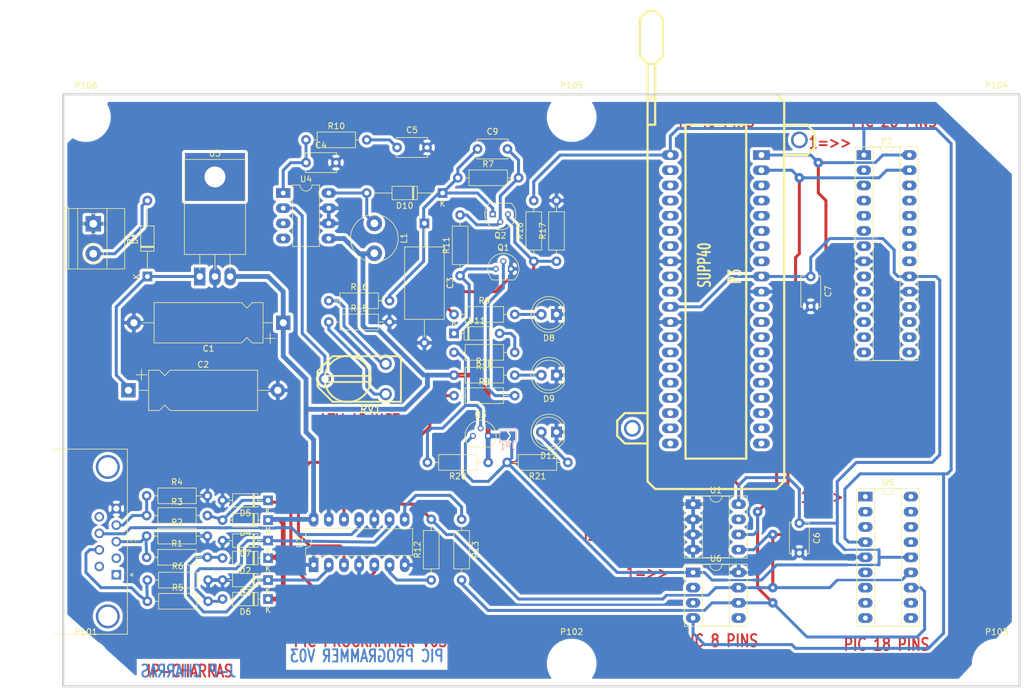
<source format=kicad_pcb>
(kicad_pcb (version 20171130) (host pcbnew "(5.0.0-rc2-dev-681-g471e3de-dirty)")
  (title_block (title "SERIAL PIC PROGRAMMER"))
  (layers (0 Composant signal) (31 Cuivre signal) (34 B.Paste user) (35 F.Paste user) (36 B.SilkS user) (37 F.SilkS user) (38 B.Mask user) (39 F.Mask user) (44 Edge.Cuts user))
  (net 0 "")
  (net 1 /CTS)
  (net 2 /DTR)
  (net 3 /PC-CLOCK-OUT)
  (net 4 /TXD)
  (net 5 GND)
  (net 6 "Net-(C2-Pad1)")
  (net 7 "Net-(C4-Pad1)")
  (net 8 "Net-(C5-Pad1)")
  (net 9 "Net-(C9-Pad2)")
  (net 10 "Net-(D11-Pad1)")
  (net 11 "Net-(D11-Pad2)")
  (net 12 "Net-(Q1-Pad2)")
  (net 13 "Net-(Q2-Pad3)")
  (net 14 "Net-(Q3-Pad2)")
  (net 15 "Net-(R12-Pad1)")
  (net 16 "Net-(R13-Pad1)")
  (net 17 "Net-(R15-Pad1)")
  (net 18 "Net-(R16-Pad1)")
  (net 19 "Net-(R8-Pad1)")
  (net 20 "Net-(RV1-Pad2)")
  (net 21 VCC)
  (net 22 VPP)
  (net 23 /pic_sockets/VCC_PIC)
  (net 24 "Net-(D1-Pad2)")
  (net 25 "Net-(D4-Pad2)")
  (net 26 "Net-(D8-Pad2)")
  (net 27 "Net-(D9-Pad2)")
  (net 28 "Net-(D12-Pad2)")
  (net 29 /VPP/MCLR)
  (net 30 /CLOCK-RB6)
  (net 31 /DATA-RB7)
  (net 32 "Net-(D2-Pad2)")
  (net 33 "Net-(D6-Pad2)")
  (net 34 "Net-(D10-Pad2)")
  (net 35 "Net-(P3-Pad2)")
  (net 36 "Net-(P3-Pad3)")
  (net 37 "Net-(P3-Pad4)")
  (net 38 "Net-(P3-Pad5)")
  (net 39 "Net-(P3-Pad6)")
  (net 40 "Net-(P3-Pad7)")
  (net 41 "Net-(P3-Pad9)")
  (net 42 "Net-(P3-Pad10)")
  (net 43 "Net-(P3-Pad13)")
  (net 44 "Net-(P3-Pad14)")
  (net 45 "Net-(P3-Pad15)")
  (net 46 "Net-(P3-Pad16)")
  (net 47 "Net-(P3-Pad17)")
  (net 48 "Net-(P3-Pad18)")
  (net 49 "Net-(P3-Pad19)")
  (net 50 "Net-(P3-Pad20)")
  (net 51 "Net-(P3-Pad21)")
  (net 52 "Net-(P3-Pad22)")
  (net 53 "Net-(P3-Pad23)")
  (net 54 "Net-(P3-Pad24)")
  (net 55 "Net-(P3-Pad25)")
  (net 56 "Net-(P3-Pad26)")
  (net 57 "Net-(P3-Pad27)")
  (net 58 "Net-(P3-Pad28)")
  (net 59 "Net-(P3-Pad29)")
  (net 60 "Net-(P3-Pad30)")
  (net 61 "Net-(P3-Pad33)")
  (net 62 "Net-(P3-Pad34)")
  (net 63 "Net-(P3-Pad35)")
  (net 64 "Net-(P3-Pad36)")
  (net 65 "Net-(P3-Pad37)")
  (net 66 "Net-(P3-Pad38)")
  (net 67 "Net-(J1-Pad1)")
  (net 68 "Net-(J1-Pad2)")
  (net 69 "Net-(J1-Pad6)")
  (net 70 "Net-(J1-Pad9)")
  (net 71 "Net-(U6-Pad5)")
  (net 72 "Net-(U6-Pad2)")
  (net 73 "Net-(U6-Pad3)")
  (net 74 "Net-(U1-Pad7)")
  (net 75 "Net-(U4-Pad3)")
  (net 76 "Net-(U4-Pad4)")
  (net 77 "Net-(P2-Pad15)")
  (net 78 "Net-(P2-Pad2)")
  (net 79 "Net-(P2-Pad16)")
  (net 80 "Net-(P2-Pad3)")
  (net 81 "Net-(P2-Pad17)")
  (net 82 "Net-(P2-Pad4)")
  (net 83 "Net-(P2-Pad18)")
  (net 84 "Net-(P2-Pad5)")
  (net 85 "Net-(P2-Pad6)")
  (net 86 "Net-(P2-Pad7)")
  (net 87 "Net-(P2-Pad21)")
  (net 88 "Net-(P2-Pad22)")
  (net 89 "Net-(P2-Pad9)")
  (net 90 "Net-(P2-Pad23)")
  (net 91 "Net-(P2-Pad10)")
  (net 92 "Net-(P2-Pad24)")
  (net 93 "Net-(P2-Pad11)")
  (net 94 "Net-(P2-Pad25)")
  (net 95 "Net-(P2-Pad12)")
  (net 96 "Net-(P2-Pad26)")
  (net 97 "Net-(P2-Pad13)")
  (net 98 "Net-(P2-Pad14)")
  (net 99 "Net-(U5-Pad1)")
  (net 100 "Net-(U5-Pad10)")
  (net 101 "Net-(U5-Pad2)")
  (net 102 "Net-(U5-Pad11)")
  (net 103 "Net-(U5-Pad3)")
  (net 104 "Net-(U5-Pad6)")
  (net 105 "Net-(U5-Pad15)")
  (net 106 "Net-(U5-Pad7)")
  (net 107 "Net-(U5-Pad16)")
  (net 108 "Net-(U5-Pad8)")
  (net 109 "Net-(U5-Pad17)")
  (net 110 "Net-(U5-Pad9)")
  (net 111 "Net-(U5-Pad18)")
  (module MountingHole:MountingHole_4.3mm_M4 (layer Composant) (at 229.87 44.45)
    (fp_text reference P104 (at 0 -5.3) (layer F.SilkS))
    (fp_text value CONN_1)
    (pad "" np_thru_hole circle (at 0 0) (size 4.3 4.3) (drill 4.3) (layers *.Cu *.Mask) (clearance 2))
  )
  (module MountingHole:MountingHole_4.3mm_M4 (layer Composant) (at 77.47 135.89)
    (fp_text reference P101 (at 0 -5.3) (layer F.SilkS))
    (fp_text value CONN_1)
    (pad "" np_thru_hole circle (at 0 0) (size 4.3 4.3) (drill 4.3) (layers *.Cu *.Mask) (clearance 2))
  )
  (module MountingHole:MountingHole_4.3mm_M4 (layer Composant) (at 158.75 135.89)
    (fp_text reference P102 (at 0 -5.3) (layer F.SilkS))
    (fp_text value CONN_1)
    (pad "" np_thru_hole circle (at 0 0) (size 4.3 4.3) (drill 4.3) (layers *.Cu *.Mask) (clearance 2))
  )
  (module MountingHole:MountingHole_4.3mm_M4 (layer Composant) (at 229.87 135.89)
    (fp_text reference P103 (at 0 -5.3) (layer F.SilkS))
    (fp_text value CONN_1)
    (pad "" np_thru_hole circle (at 0 0) (size 4.3 4.3) (drill 4.3) (layers *.Cu *.Mask) (clearance 2))
  )
  (module MountingHole:MountingHole_4.3mm_M4 (layer Composant) (at 158.75 44.45)
    (fp_text reference P105 (at 0 -5.3) (layer F.SilkS))
    (fp_text value CONN_1)
    (pad "" np_thru_hole circle (at 0 0) (size 4.3 4.3) (drill 4.3) (layers *.Cu *.Mask) (clearance 2))
  )
  (module MountingHole:MountingHole_4.3mm_M4 (layer Composant) (at 77.47 44.45)
    (fp_text reference P106 (at 0 -5.3) (layer F.SilkS))
    (fp_text value CONN_1)
    (pad "" np_thru_hole circle (at 0 0) (size 4.3 4.3) (drill 4.3) (layers *.Cu *.Mask) (clearance 2))
  )
  (module Jumper:SolderJumper-2_P1.3mm_Open_TrianglePad1.0x1.5mm (layer Cuivre) (at 148.082 97.79)
    (fp_text reference JP1 (at 0 1.8) (layer B.SilkS) (effects (justify mirror)))
    (fp_text value JUMPER)
    (pad 1 smd custom (at -0.725 0) (size 0.3 0.3) (layers Cuivre B.Mask) (net 21 VCC) (options (clearance outline) (anchor rect)) (primitives (gr_poly (pts (xy -0.5 0.75) (xy 0.5 0.75) (xy 1 0) (xy 0.5 -0.75) (xy -0.5 -0.75)) (width 0))))
    (pad 2 smd custom (at 0.725 0) (size 0.3 0.3) (layers Cuivre B.Mask) (net 23 /pic_sockets/VCC_PIC) (options (clearance outline) (anchor rect)) (primitives (gr_poly (pts (xy -0.65 0.75) (xy 0.5 0.75) (xy 0.5 -0.75) (xy -0.65 -0.75) (xy -0.15 0)) (width 0))))
  )
  (module Package_TO_SOT_THT:TO-220-3_Horizontal_TabDown (layer Composant) (at 96.52 71.12)
    (fp_text reference U3 (at 2.54 -20.58) (layer F.SilkS))
    (fp_text value 7805)
    (pad 3 thru_hole oval (at 5.08 0) (size 1.905 3) (drill 1.1) (layers *.Cu *.Mask) (net 21 VCC))
    (pad 2 thru_hole oval (at 2.54 0) (size 1.905 3) (drill 1.1) (layers *.Cu *.Mask) (net 5 GND))
    (pad 1 thru_hole rect (at 0 0) (size 1.905 3) (drill 1.1) (layers *.Cu *.Mask) (net 6 "Net-(C2-Pad1)"))
    (pad "" thru_hole rect (at 2.54 -16.66) (size 10 8) (drill 3.5) (layers *.Cu *.Mask))
  )
  (module Inductor_THT:L_Radial_D7.8mm_P5.00mm_Fastron_07HCP (layer Composant) (at 125.73 62.23 270)
    (fp_text reference L1 (at 2.5 -4.96 270) (layer F.SilkS))
    (fp_text value 22uH)
    (pad 2 thru_hole circle (at 5 0 270) (size 2.6 2.6) (drill 1.3) (layers *.Cu *.Mask) (net 21 VCC))
    (pad 1 thru_hole circle (at 0 0 270) (size 2.6 2.6) (drill 1.3) (layers *.Cu *.Mask) (net 34 "Net-(D10-Pad2)"))
  )
  (module LED_THT:LED_D5.0mm (layer Composant) (at 156.21 97.155 180)
    (fp_text reference D12 (at 1.27 -3.96 180) (layer F.SilkS))
    (fp_text value YELLOW-LED)
    (pad 2 thru_hole circle (at 2.54 0 180) (size 1.8 1.8) (drill 0.9) (layers *.Cu *.Mask) (net 28 "Net-(D12-Pad2)"))
    (pad 1 thru_hole rect (at 0 0 180) (size 1.8 1.8) (drill 0.9) (layers *.Cu *.Mask) (net 5 GND))
  )
  (module LED_THT:LED_D5.0mm (layer Composant) (at 156.21 87.63 180)
    (fp_text reference D9 (at 1.27 -3.96 180) (layer F.SilkS))
    (fp_text value GREEN-LED)
    (pad 2 thru_hole circle (at 2.54 0 180) (size 1.8 1.8) (drill 0.9) (layers *.Cu *.Mask) (net 27 "Net-(D9-Pad2)"))
    (pad 1 thru_hole rect (at 0 0 180) (size 1.8 1.8) (drill 0.9) (layers *.Cu *.Mask) (net 5 GND))
  )
  (module LED_THT:LED_D5.0mm (layer Composant) (at 156.21 77.47 180)
    (fp_text reference D8 (at 1.27 -3.96 180) (layer F.SilkS))
    (fp_text value RED-LED)
    (pad 2 thru_hole circle (at 2.54 0 180) (size 1.8 1.8) (drill 0.9) (layers *.Cu *.Mask) (net 26 "Net-(D8-Pad2)"))
    (pad 1 thru_hole rect (at 0 0 180) (size 1.8 1.8) (drill 0.9) (layers *.Cu *.Mask) (net 5 GND))
  )
  (module Capacitor_THT:CP_Axial_L18.0mm_D6.5mm_P25.00mm_Horizontal (layer Composant) (at 84.582 90.17)
    (fp_text reference C2 (at 12.5 -4.31) (layer F.SilkS))
    (fp_text value 220uF)
    (pad 2 thru_hole oval (at 25 0) (size 2.4 2.4) (drill 1.2) (layers *.Cu *.Mask) (net 5 GND))
    (pad 1 thru_hole rect (at 0 0) (size 2.4 2.4) (drill 1.2) (layers *.Cu *.Mask) (net 6 "Net-(C2-Pad1)"))
  )
  (module Capacitor_THT:CP_Axial_L18.0mm_D6.5mm_P25.00mm_Horizontal (layer Composant) (at 110.49 78.867 180)
    (fp_text reference C1 (at 12.5 -4.31 180) (layer F.SilkS))
    (fp_text value 100µF)
    (pad 2 thru_hole oval (at 25 0 180) (size 2.4 2.4) (drill 1.2) (layers *.Cu *.Mask) (net 5 GND))
    (pad 1 thru_hole rect (at 0 0 180) (size 2.4 2.4) (drill 1.2) (layers *.Cu *.Mask) (net 21 VCC))
  )
  (module Resistor_THT:R_Axial_DIN0207_L6.3mm_D2.5mm_P10.16mm_Horizontal (layer Composant) (at 135.255 121.92 90)
    (fp_text reference R12 (at 5.08 -2.31 90) (layer F.SilkS))
    (fp_text value 470)
    (pad 2 thru_hole oval (at 10.16 0 90) (size 1.6 1.6) (drill 0.8) (layers *.Cu *.Mask) (net 31 /DATA-RB7))
    (pad 1 thru_hole circle (at 0 0 90) (size 1.6 1.6) (drill 0.8) (layers *.Cu *.Mask) (net 15 "Net-(R12-Pad1)"))
  )
  (module Resistor_THT:R_Axial_DIN0207_L6.3mm_D2.5mm_P10.16mm_Horizontal (layer Composant) (at 139.065 91.059)
    (fp_text reference R8 (at 5.08 -2.31) (layer F.SilkS))
    (fp_text value 1K)
    (pad 2 thru_hole oval (at 10.16 0) (size 1.6 1.6) (drill 0.8) (layers *.Cu *.Mask) (net 12 "Net-(Q1-Pad2)"))
    (pad 1 thru_hole circle (at 0 0) (size 1.6 1.6) (drill 0.8) (layers *.Cu *.Mask) (net 19 "Net-(R8-Pad1)"))
  )
  (module Resistor_THT:R_Axial_DIN0207_L6.3mm_D2.5mm_P10.16mm_Horizontal (layer Composant) (at 140.335 111.76 270)
    (fp_text reference R13 (at 5.08 -2.31 270) (layer F.SilkS))
    (fp_text value 470)
    (pad 2 thru_hole oval (at 10.16 0 270) (size 1.6 1.6) (drill 0.8) (layers *.Cu *.Mask) (net 30 /CLOCK-RB6))
    (pad 1 thru_hole circle (at 0 0 270) (size 1.6 1.6) (drill 0.8) (layers *.Cu *.Mask) (net 16 "Net-(R13-Pad1)"))
  )
  (module Resistor_THT:R_Axial_DIN0207_L6.3mm_D2.5mm_P10.16mm_Horizontal (layer Composant) (at 139.065 87.63)
    (fp_text reference R14 (at 5.08 -2.31) (layer F.SilkS))
    (fp_text value 470)
    (pad 2 thru_hole oval (at 10.16 0) (size 1.6 1.6) (drill 0.8) (layers *.Cu *.Mask) (net 27 "Net-(D9-Pad2)"))
    (pad 1 thru_hole circle (at 0 0) (size 1.6 1.6) (drill 0.8) (layers *.Cu *.Mask) (net 21 VCC))
  )
  (module Resistor_THT:R_Axial_DIN0207_L6.3mm_D2.5mm_P10.16mm_Horizontal (layer Composant) (at 118.11 78.74)
    (fp_text reference R15 (at 5.08 -2.31) (layer F.SilkS))
    (fp_text value 6.2K)
    (pad 2 thru_hole oval (at 10.16 0) (size 1.6 1.6) (drill 0.8) (layers *.Cu *.Mask) (net 5 GND))
    (pad 1 thru_hole circle (at 0 0) (size 1.6 1.6) (drill 0.8) (layers *.Cu *.Mask) (net 17 "Net-(R15-Pad1)"))
  )
  (module Resistor_THT:R_Axial_DIN0207_L6.3mm_D2.5mm_P10.16mm_Horizontal (layer Composant) (at 118.11 75.184)
    (fp_text reference R16 (at 5.08 -2.31) (layer F.SilkS))
    (fp_text value 62K)
    (pad 2 thru_hole oval (at 10.16 0) (size 1.6 1.6) (drill 0.8) (layers *.Cu *.Mask) (net 22 VPP))
    (pad 1 thru_hole circle (at 0 0) (size 1.6 1.6) (drill 0.8) (layers *.Cu *.Mask) (net 18 "Net-(R16-Pad1)"))
  )
  (module Resistor_THT:R_Axial_DIN0207_L6.3mm_D2.5mm_P10.16mm_Horizontal (layer Composant) (at 156.21 68.58 90)
    (fp_text reference R17 (at 5.08 -2.31 90) (layer F.SilkS))
    (fp_text value 22K)
    (pad 2 thru_hole oval (at 10.16 0 90) (size 1.6 1.6) (drill 0.8) (layers *.Cu *.Mask) (net 5 GND))
    (pad 1 thru_hole circle (at 0 0 90) (size 1.6 1.6) (drill 0.8) (layers *.Cu *.Mask) (net 13 "Net-(Q2-Pad3)"))
  )
  (module Resistor_THT:R_Axial_DIN0207_L6.3mm_D2.5mm_P10.16mm_Horizontal (layer Composant) (at 149.225 83.82 180)
    (fp_text reference R19 (at 5.08 -2.31 180) (layer F.SilkS))
    (fp_text value 2.2K)
    (pad 2 thru_hole oval (at 10.16 0 180) (size 1.6 1.6) (drill 0.8) (layers *.Cu *.Mask) (net 14 "Net-(Q3-Pad2)"))
    (pad 1 thru_hole circle (at 0 0 180) (size 1.6 1.6) (drill 0.8) (layers *.Cu *.Mask) (net 11 "Net-(D11-Pad2)"))
  )
  (module Resistor_THT:R_Axial_DIN0207_L6.3mm_D2.5mm_P10.16mm_Horizontal (layer Composant) (at 144.78 102.235 180)
    (fp_text reference R20 (at 5.08 -2.31 180) (layer F.SilkS))
    (fp_text value 2.2K)
    (pad 2 thru_hole oval (at 10.16 0 180) (size 1.6 1.6) (drill 0.8) (layers *.Cu *.Mask) (net 14 "Net-(Q3-Pad2)"))
    (pad 1 thru_hole circle (at 0 0 180) (size 1.6 1.6) (drill 0.8) (layers *.Cu *.Mask) (net 21 VCC))
  )
  (module Resistor_THT:R_Axial_DIN0207_L6.3mm_D2.5mm_P10.16mm_Horizontal (layer Composant) (at 158.115 102.235 180)
    (fp_text reference R21 (at 5.08 -2.31 180) (layer F.SilkS))
    (fp_text value 470)
    (pad 2 thru_hole oval (at 10.16 0 180) (size 1.6 1.6) (drill 0.8) (layers *.Cu *.Mask) (net 23 /pic_sockets/VCC_PIC))
    (pad 1 thru_hole circle (at 0 0 180) (size 1.6 1.6) (drill 0.8) (layers *.Cu *.Mask) (net 28 "Net-(D12-Pad2)"))
  )
  (module Resistor_THT:R_Axial_DIN0207_L6.3mm_D2.5mm_P10.16mm_Horizontal (layer Composant) (at 87.757 121.92)
    (fp_text reference R6 (at 5.08 -2.31) (layer F.SilkS))
    (fp_text value 10K)
    (pad 2 thru_hole oval (at 10.16 0) (size 1.6 1.6) (drill 0.8) (layers *.Cu *.Mask) (net 5 GND))
    (pad 1 thru_hole circle (at 0 0) (size 1.6 1.6) (drill 0.8) (layers *.Cu *.Mask) (net 3 /PC-CLOCK-OUT))
  )
  (module Resistor_THT:R_Axial_DIN0207_L6.3mm_D2.5mm_P10.16mm_Horizontal (layer Composant) (at 139.7 54.61)
    (fp_text reference R7 (at 5.08 -2.31) (layer F.SilkS))
    (fp_text value 10K)
    (pad 2 thru_hole oval (at 10.16 0) (size 1.6 1.6) (drill 0.8) (layers *.Cu *.Mask) (net 9 "Net-(C9-Pad2)"))
    (pad 1 thru_hole circle (at 0 0) (size 1.6 1.6) (drill 0.8) (layers *.Cu *.Mask) (net 22 VPP))
  )
  (module Resistor_THT:R_Axial_DIN0207_L6.3mm_D2.5mm_P10.16mm_Horizontal (layer Composant) (at 87.757 125.476)
    (fp_text reference R5 (at 5.08 -2.31) (layer F.SilkS))
    (fp_text value 10K)
    (pad 2 thru_hole oval (at 10.16 0) (size 1.6 1.6) (drill 0.8) (layers *.Cu *.Mask) (net 33 "Net-(D6-Pad2)"))
    (pad 1 thru_hole circle (at 0 0) (size 1.6 1.6) (drill 0.8) (layers *.Cu *.Mask) (net 3 /PC-CLOCK-OUT))
  )
  (module Resistor_THT:R_Axial_DIN0207_L6.3mm_D2.5mm_P10.16mm_Horizontal (layer Composant) (at 87.63 107.823)
    (fp_text reference R4 (at 5.08 -2.31) (layer F.SilkS))
    (fp_text value 10K)
    (pad 2 thru_hole oval (at 10.16 0) (size 1.6 1.6) (drill 0.8) (layers *.Cu *.Mask) (net 5 GND))
    (pad 1 thru_hole circle (at 0 0) (size 1.6 1.6) (drill 0.8) (layers *.Cu *.Mask) (net 2 /DTR))
  )
  (module Resistor_THT:R_Axial_DIN0207_L6.3mm_D2.5mm_P10.16mm_Horizontal (layer Composant) (at 87.63 111.125)
    (fp_text reference R3 (at 5.08 -2.31) (layer F.SilkS))
    (fp_text value 10K)
    (pad 2 thru_hole oval (at 10.16 0) (size 1.6 1.6) (drill 0.8) (layers *.Cu *.Mask) (net 25 "Net-(D4-Pad2)"))
    (pad 1 thru_hole circle (at 0 0) (size 1.6 1.6) (drill 0.8) (layers *.Cu *.Mask) (net 2 /DTR))
  )
  (module Resistor_THT:R_Axial_DIN0207_L6.3mm_D2.5mm_P10.16mm_Horizontal (layer Composant) (at 87.63 114.554)
    (fp_text reference R2 (at 5.08 -2.31) (layer F.SilkS))
    (fp_text value 10K)
    (pad 2 thru_hole oval (at 10.16 0) (size 1.6 1.6) (drill 0.8) (layers *.Cu *.Mask) (net 5 GND))
    (pad 1 thru_hole circle (at 0 0) (size 1.6 1.6) (drill 0.8) (layers *.Cu *.Mask) (net 4 /TXD))
  )
  (module Resistor_THT:R_Axial_DIN0207_L6.3mm_D2.5mm_P10.16mm_Horizontal (layer Composant) (at 87.63 118.11)
    (fp_text reference R1 (at 5.08 -2.31) (layer F.SilkS))
    (fp_text value 10K)
    (pad 2 thru_hole oval (at 10.16 0) (size 1.6 1.6) (drill 0.8) (layers *.Cu *.Mask) (net 32 "Net-(D2-Pad2)"))
    (pad 1 thru_hole circle (at 0 0) (size 1.6 1.6) (drill 0.8) (layers *.Cu *.Mask) (net 4 /TXD))
  )
  (module Resistor_THT:R_Axial_DIN0207_L6.3mm_D2.5mm_P10.16mm_Horizontal (layer Composant) (at 139.065 77.47)
    (fp_text reference R9 (at 5.08 -2.31) (layer F.SilkS))
    (fp_text value 2.2K)
    (pad 2 thru_hole oval (at 10.16 0) (size 1.6 1.6) (drill 0.8) (layers *.Cu *.Mask) (net 26 "Net-(D8-Pad2)"))
    (pad 1 thru_hole circle (at 0 0) (size 1.6 1.6) (drill 0.8) (layers *.Cu *.Mask) (net 13 "Net-(Q2-Pad3)"))
  )
  (module Resistor_THT:R_Axial_DIN0207_L6.3mm_D2.5mm_P10.16mm_Horizontal (layer Composant) (at 114.3 48.26)
    (fp_text reference R10 (at 5.08 -2.31) (layer F.SilkS))
    (fp_text value 5,1K)
    (pad 2 thru_hole oval (at 10.16 0) (size 1.6 1.6) (drill 0.8) (layers *.Cu *.Mask) (net 8 "Net-(C5-Pad1)"))
    (pad 1 thru_hole circle (at 0 0) (size 1.6 1.6) (drill 0.8) (layers *.Cu *.Mask) (net 7 "Net-(C4-Pad1)"))
  )
  (module Resistor_THT:R_Axial_DIN0207_L6.3mm_D2.5mm_P10.16mm_Horizontal (layer Composant) (at 152.4 68.58 90)
    (fp_text reference R18 (at 5.08 -2.31 90) (layer F.SilkS))
    (fp_text value 220)
    (pad 2 thru_hole oval (at 10.16 0 90) (size 1.6 1.6) (drill 0.8) (layers *.Cu *.Mask) (net 29 /VPP/MCLR))
    (pad 1 thru_hole circle (at 0 0 90) (size 1.6 1.6) (drill 0.8) (layers *.Cu *.Mask) (net 13 "Net-(Q2-Pad3)"))
  )
  (module Resistor_THT:R_Axial_DIN0207_L6.3mm_D2.5mm_P10.16mm_Horizontal (layer Composant) (at 140.081 70.993 90)
    (fp_text reference R11 (at 5.08 -2.31 90) (layer F.SilkS))
    (fp_text value 22K)
    (pad 2 thru_hole oval (at 10.16 0 90) (size 1.6 1.6) (drill 0.8) (layers *.Cu *.Mask) (net 9 "Net-(C9-Pad2)"))
    (pad 1 thru_hole circle (at 0 0 90) (size 1.6 1.6) (drill 0.8) (layers *.Cu *.Mask) (net 10 "Net-(D11-Pad1)"))
  )
  (module footprints:40tex-Ell600 (layer Composant) (at 182.88 74.93 270)
    (fp_text reference P3 (at -3.81 -3.175 270) (layer F.SilkS) (effects (font (size 2.032 1.27) (thickness 0.3048))))
    (fp_text value SUPP40 (at -5.715 1.905 270) (layer F.SilkS) (effects (font (size 2.032 1.27) (thickness 0.3048))))
    (pad HOLE thru_hole circle (at 21.59 13.97 270) (size 2.8 2.8) (drill 2) (layers *.Cu *.Mask))
    (pad HOLE thru_hole circle (at -26.67 -13.97 270) (size 2.8 2.8) (drill 2) (layers *.Cu *.Mask))
    (pad 40 thru_hole rect (at -24.13 -7.62 270) (size 1.6 2.8) (drill 1) (layers *.Cu *.Mask) (net 31 /DATA-RB7))
    (pad 39 thru_hole oval (at -21.59 -7.62 270) (size 1.6 2.8) (drill 1) (layers *.Cu *.Mask) (net 30 /CLOCK-RB6))
    (pad 38 thru_hole oval (at -19.05 -7.62 270) (size 1.6 2.8) (drill 1) (layers *.Cu *.Mask) (net 66 "Net-(P3-Pad38)"))
    (pad 37 thru_hole oval (at -16.51 -7.62 270) (size 1.6 2.8) (drill 1) (layers *.Cu *.Mask) (net 65 "Net-(P3-Pad37)"))
    (pad 36 thru_hole oval (at -13.97 -7.62 270) (size 1.6 2.8) (drill 1) (layers *.Cu *.Mask) (net 64 "Net-(P3-Pad36)"))
    (pad 35 thru_hole oval (at -11.43 -7.62 270) (size 1.6 2.8) (drill 1) (layers *.Cu *.Mask) (net 63 "Net-(P3-Pad35)"))
    (pad 34 thru_hole oval (at -8.89 -7.62 270) (size 1.6 2.8) (drill 1) (layers *.Cu *.Mask) (net 62 "Net-(P3-Pad34)"))
    (pad 33 thru_hole oval (at -6.35 -7.62 270) (size 1.6 2.8) (drill 1) (layers *.Cu *.Mask) (net 61 "Net-(P3-Pad33)"))
    (pad 32 thru_hole oval (at -3.81 -7.62 270) (size 1.6 2.8) (drill 1) (layers *.Cu *.Mask) (net 23 /pic_sockets/VCC_PIC))
    (pad 31 thru_hole oval (at -1.27 -7.62 270) (size 1.6 2.8) (drill 1) (layers *.Cu *.Mask) (net 5 GND))
    (pad 30 thru_hole oval (at 1.27 -7.62 270) (size 1.6 2.8) (drill 1) (layers *.Cu *.Mask) (net 60 "Net-(P3-Pad30)"))
    (pad 29 thru_hole oval (at 3.81 -7.62 270) (size 1.6 2.8) (drill 1) (layers *.Cu *.Mask) (net 59 "Net-(P3-Pad29)"))
    (pad 28 thru_hole oval (at 6.35 -7.62 270) (size 1.6 2.8) (drill 1) (layers *.Cu *.Mask) (net 58 "Net-(P3-Pad28)"))
    (pad 27 thru_hole oval (at 8.89 -7.62 270) (size 1.6 2.8) (drill 1) (layers *.Cu *.Mask) (net 57 "Net-(P3-Pad27)"))
    (pad 26 thru_hole oval (at 11.43 -7.62 270) (size 1.6 2.8) (drill 1) (layers *.Cu *.Mask) (net 56 "Net-(P3-Pad26)"))
    (pad 25 thru_hole oval (at 13.97 -7.62 270) (size 1.6 2.8) (drill 1) (layers *.Cu *.Mask) (net 55 "Net-(P3-Pad25)"))
    (pad 24 thru_hole oval (at 16.51 -7.62 270) (size 1.6 2.8) (drill 1) (layers *.Cu *.Mask) (net 54 "Net-(P3-Pad24)"))
    (pad 23 thru_hole oval (at 19.05 -7.62 270) (size 1.6 2.8) (drill 1) (layers *.Cu *.Mask) (net 53 "Net-(P3-Pad23)"))
    (pad 22 thru_hole oval (at 21.59 -7.62 270) (size 1.6 2.8) (drill 1) (layers *.Cu *.Mask) (net 52 "Net-(P3-Pad22)"))
    (pad 21 thru_hole oval (at 24.13 -7.62 270) (size 1.6 2.8) (drill 1) (layers *.Cu *.Mask) (net 51 "Net-(P3-Pad21)"))
    (pad 20 thru_hole oval (at 24.13 7.62 270) (size 1.6 2.8) (drill 1) (layers *.Cu *.Mask) (net 50 "Net-(P3-Pad20)"))
    (pad 19 thru_hole oval (at 21.59 7.62 270) (size 1.6 2.8) (drill 1) (layers *.Cu *.Mask) (net 49 "Net-(P3-Pad19)"))
    (pad 18 thru_hole oval (at 19.05 7.62 270) (size 1.6 2.8) (drill 1) (layers *.Cu *.Mask) (net 48 "Net-(P3-Pad18)"))
    (pad 17 thru_hole oval (at 16.51 7.62 270) (size 1.6 2.8) (drill 1) (layers *.Cu *.Mask) (net 47 "Net-(P3-Pad17)"))
    (pad 16 thru_hole oval (at 13.97 7.62 270) (size 1.6 2.8) (drill 1) (layers *.Cu *.Mask) (net 46 "Net-(P3-Pad16)"))
    (pad 15 thru_hole oval (at 11.43 7.62 270) (size 1.6 2.8) (drill 1) (layers *.Cu *.Mask) (net 45 "Net-(P3-Pad15)"))
    (pad 14 thru_hole oval (at 8.89 7.62 270) (size 1.6 2.8) (drill 1) (layers *.Cu *.Mask) (net 44 "Net-(P3-Pad14)"))
    (pad 13 thru_hole oval (at 6.35 7.62 270) (size 1.6 2.8) (drill 1) (layers *.Cu *.Mask) (net 43 "Net-(P3-Pad13)"))
    (pad 12 thru_hole oval (at 3.81 7.62 270) (size 1.6 2.8) (drill 1) (layers *.Cu *.Mask) (net 5 GND))
    (pad 11 thru_hole oval (at 1.27 7.62 270) (size 1.6 2.8) (drill 1) (layers *.Cu *.Mask) (net 23 /pic_sockets/VCC_PIC))
    (pad 10 thru_hole oval (at -1.27 7.62 270) (size 1.6 2.8) (drill 1) (layers *.Cu *.Mask) (net 42 "Net-(P3-Pad10)"))
    (pad 9 thru_hole oval (at -3.81 7.62 270) (size 1.6 2.8) (drill 1) (layers *.Cu *.Mask) (net 41 "Net-(P3-Pad9)"))
    (pad 8 thru_hole oval (at -6.35 7.62 270) (size 1.6 2.8) (drill 1) (layers *.Cu *.Mask) (net 5 GND))
    (pad 7 thru_hole oval (at -8.89 7.62 270) (size 1.6 2.8) (drill 1) (layers *.Cu *.Mask) (net 40 "Net-(P3-Pad7)"))
    (pad 6 thru_hole oval (at -11.43 7.62 270) (size 1.6 2.8) (drill 1) (layers *.Cu *.Mask) (net 39 "Net-(P3-Pad6)"))
    (pad 5 thru_hole oval (at -13.97 7.62 270) (size 1.6 2.8) (drill 1) (layers *.Cu *.Mask) (net 38 "Net-(P3-Pad5)"))
    (pad 4 thru_hole oval (at -16.51 7.62 270) (size 1.6 2.8) (drill 1) (layers *.Cu *.Mask) (net 37 "Net-(P3-Pad4)"))
    (pad 3 thru_hole oval (at -19.05 7.62 270) (size 1.6 2.8) (drill 1) (layers *.Cu *.Mask) (net 36 "Net-(P3-Pad3)"))
    (pad 2 thru_hole oval (at -21.59 7.62 270) (size 1.6 2.8) (drill 1) (layers *.Cu *.Mask) (net 35 "Net-(P3-Pad2)"))
    (pad 1 thru_hole oval (at -24.13 7.62 270) (size 1.6 2.8) (drill 1) (layers *.Cu *.Mask) (net 29 /VPP/MCLR))
  )
  (module footprints:RV2X4 (layer Composant) (at 122.555 88.265 180)
    (fp_text reference RV1 (at -2.54 -5.08 180) (layer F.SilkS) (effects (font (size 1.397 1.27) (thickness 0.2032))))
    (fp_text value 1K)
    (pad 3 thru_hole circle (at -5.08 2.54 180) (size 2.032 2.032) (drill 1.27) (layers *.Cu *.Mask) (net 18 "Net-(R16-Pad1)"))
    (pad 2 thru_hole circle (at 5.08 0 180) (size 2.032 2.032) (drill 1.27) (layers *.Cu *.Mask) (net 20 "Net-(RV1-Pad2)"))
    (pad 1 thru_hole circle (at -5.08 -2.54 180) (size 2.032 2.032) (drill 1.27) (layers *.Cu *.Mask) (net 17 "Net-(R15-Pad1)"))
  )
  (module TerminalBlock_Phoenix:TerminalBlock_Phoenix_MKDS-1,5-2_1x02_P5.00mm_Horizontal (layer Composant) (at 78.7 62.3 270)
    (fp_text reference P1 (at 2.5 -6.26 270) (layer F.SilkS))
    (fp_text value CONN_2)
    (pad 2 thru_hole circle (at 5 0 270) (size 2.6 2.6) (drill 1.3) (layers *.Cu *.Mask) (net 24 "Net-(D1-Pad2)"))
    (pad 1 thru_hole rect (at 0 0 270) (size 2.6 2.6) (drill 1.3) (layers *.Cu *.Mask) (net 5 GND))
  )
  (module Diode_THT:D_DO-35_SOD27_P12.70mm_Horizontal (layer Composant) (at 137.16 57.15 180)
    (fp_text reference D10 (at 6.35 -2.12 180) (layer F.SilkS))
    (fp_text value SCHOTTKY)
    (fp_text user K (at 0 -1.8 180) (layer F.SilkS))
    (pad 2 thru_hole oval (at 12.7 0 180) (size 1.6 1.6) (drill 0.8) (layers *.Cu *.Mask) (net 34 "Net-(D10-Pad2)"))
    (pad 1 thru_hole rect (at 0 0 180) (size 1.6 1.6) (drill 0.8) (layers *.Cu *.Mask) (net 22 VPP))
  )
  (module Diode_THT:D_DO-35_SOD27_P12.70mm_Horizontal (layer Composant) (at 87.757 71.12 90)
    (fp_text reference D1 (at 6.35 -2.12 90) (layer F.SilkS))
    (fp_text value 1N4004)
    (fp_text user K (at 0 -1.8 90) (layer F.SilkS))
    (pad 2 thru_hole oval (at 12.7 0 90) (size 1.6 1.6) (drill 0.8) (layers *.Cu *.Mask) (net 24 "Net-(D1-Pad2)"))
    (pad 1 thru_hole rect (at 0 0 90) (size 1.6 1.6) (drill 0.8) (layers *.Cu *.Mask) (net 6 "Net-(C2-Pad1)"))
  )
  (module Capacitor_THT:C_Disc_D5.1mm_W3.2mm_P5.00mm (layer Composant) (at 143.002 49.784)
    (fp_text reference C9 (at 2.5 -2.91) (layer F.SilkS))
    (fp_text value 220nF)
    (pad 2 thru_hole circle (at 5 0) (size 1.6 1.6) (drill 0.8) (layers *.Cu *.Mask) (net 9 "Net-(C9-Pad2)"))
    (pad 1 thru_hole circle (at 0 0) (size 1.6 1.6) (drill 0.8) (layers *.Cu *.Mask) (net 22 VPP))
  )
  (module Capacitor_THT:C_Disc_D5.1mm_W3.2mm_P5.00mm (layer Composant) (at 198.755 71.12 270)
    (fp_text reference C7 (at 2.5 -2.91 270) (layer F.SilkS))
    (fp_text value 100nF)
    (pad 2 thru_hole circle (at 5 0 270) (size 1.6 1.6) (drill 0.8) (layers *.Cu *.Mask) (net 5 GND))
    (pad 1 thru_hole circle (at 0 0 270) (size 1.6 1.6) (drill 0.8) (layers *.Cu *.Mask) (net 23 /pic_sockets/VCC_PIC))
  )
  (module Capacitor_THT:C_Disc_D5.1mm_W3.2mm_P5.00mm (layer Composant) (at 196.85 112.395 270)
    (fp_text reference C6 (at 2.5 -2.91 270) (layer F.SilkS))
    (fp_text value 100nF)
    (pad 2 thru_hole circle (at 5 0 270) (size 1.6 1.6) (drill 0.8) (layers *.Cu *.Mask) (net 5 GND))
    (pad 1 thru_hole circle (at 0 0 270) (size 1.6 1.6) (drill 0.8) (layers *.Cu *.Mask) (net 23 /pic_sockets/VCC_PIC))
  )
  (module Capacitor_THT:C_Disc_D5.1mm_W3.2mm_P5.00mm (layer Composant) (at 129.54 49.53)
    (fp_text reference C5 (at 2.5 -2.91) (layer F.SilkS))
    (fp_text value 10nF)
    (pad 2 thru_hole circle (at 5 0) (size 1.6 1.6) (drill 0.8) (layers *.Cu *.Mask) (net 5 GND))
    (pad 1 thru_hole circle (at 0 0) (size 1.6 1.6) (drill 0.8) (layers *.Cu *.Mask) (net 8 "Net-(C5-Pad1)"))
  )
  (module Capacitor_THT:C_Disc_D5.1mm_W3.2mm_P5.00mm (layer Composant) (at 114.3 52.07)
    (fp_text reference C4 (at 2.5 -2.91) (layer F.SilkS))
    (fp_text value 0)
    (pad 2 thru_hole circle (at 5 0) (size 1.6 1.6) (drill 0.8) (layers *.Cu *.Mask) (net 5 GND))
    (pad 1 thru_hole circle (at 0 0) (size 1.6 1.6) (drill 0.8) (layers *.Cu *.Mask) (net 7 "Net-(C4-Pad1)"))
  )
  (module footprints:TO-92_BC237_307 (layer Composant) (at 148.082 60.706 180)
    (fp_text reference Q2 (at 1.27 -3.56 180) (layer F.SilkS))
    (fp_text value BC307)
    (pad 3 thru_hole circle (at 0 0 270) (size 1 1) (drill 0.6) (layers *.Cu *.Mask) (net 13 "Net-(Q2-Pad3)"))
    (pad 1 thru_hole rect (at 2.54 0 270) (size 1 1) (drill 0.6) (layers *.Cu *.Mask) (net 22 VPP))
    (pad 2 thru_hole circle (at 1.27 -1.27 270) (size 1 1) (drill 0.6) (layers *.Cu *.Mask) (net 9 "Net-(C9-Pad2)"))
  )
  (module footprints:TO-92_BC237_307 (layer Composant) (at 146.05 69.85)
    (fp_text reference Q1 (at 1.27 -3.56) (layer F.SilkS))
    (fp_text value BC237)
    (pad 3 thru_hole circle (at 0 0 90) (size 1 1) (drill 0.6) (layers *.Cu *.Mask) (net 10 "Net-(D11-Pad1)"))
    (pad 1 thru_hole rect (at 2.54 0 90) (size 1 1) (drill 0.6) (layers *.Cu *.Mask) (net 5 GND))
    (pad 2 thru_hole circle (at 1.27 -1.27 90) (size 1 1) (drill 0.6) (layers *.Cu *.Mask) (net 12 "Net-(Q1-Pad2)"))
  )
  (module footprints:TO-92_BC237_307 (layer Composant) (at 142.24 97.79)
    (fp_text reference Q3 (at 1.27 -3.56) (layer F.SilkS))
    (fp_text value BC307)
    (pad 3 thru_hole circle (at 0 0 90) (size 1 1) (drill 0.6) (layers *.Cu *.Mask) (net 23 /pic_sockets/VCC_PIC))
    (pad 1 thru_hole rect (at 2.54 0 90) (size 1 1) (drill 0.6) (layers *.Cu *.Mask) (net 21 VCC))
    (pad 2 thru_hole circle (at 1.27 -1.27 90) (size 1 1) (drill 0.6) (layers *.Cu *.Mask) (net 14 "Net-(Q3-Pad2)"))
  )
  (module Connector_Dsub:DSUB-9_Female_Horizontal_P2.77x2.84mm_EdgePinOffset7.70mm_Housed_MountingHolesOffset9.12mm (layer Composant) (at 82.55 121.031 270)
    (fp_text reference J1 (at -5.54 -2.8 270) (layer F.SilkS))
    (fp_text value DB9-FEMAL)
    (pad 0 thru_hole circle (at 6.96 1.42 270) (size 4 4) (drill 3.2) (layers *.Cu *.Mask))
    (pad 0 thru_hole circle (at -18.04 1.42 270) (size 4 4) (drill 3.2) (layers *.Cu *.Mask))
    (pad 9 thru_hole circle (at -9.695 2.84 270) (size 1.6 1.6) (drill 1) (layers *.Cu *.Mask) (net 70 "Net-(J1-Pad9)"))
    (pad 8 thru_hole circle (at -6.925 2.84 270) (size 1.6 1.6) (drill 1) (layers *.Cu *.Mask) (net 1 /CTS))
    (pad 7 thru_hole circle (at -4.155 2.84 270) (size 1.6 1.6) (drill 1) (layers *.Cu *.Mask) (net 3 /PC-CLOCK-OUT))
    (pad 6 thru_hole circle (at -1.385 2.84 270) (size 1.6 1.6) (drill 1) (layers *.Cu *.Mask) (net 69 "Net-(J1-Pad6)"))
    (pad 5 thru_hole circle (at -11.08 0 270) (size 1.6 1.6) (drill 1) (layers *.Cu *.Mask) (net 5 GND))
    (pad 4 thru_hole circle (at -8.31 0 270) (size 1.6 1.6) (drill 1) (layers *.Cu *.Mask) (net 2 /DTR))
    (pad 3 thru_hole circle (at -5.54 0 270) (size 1.6 1.6) (drill 1) (layers *.Cu *.Mask) (net 4 /TXD))
    (pad 2 thru_hole circle (at -2.77 0 270) (size 1.6 1.6) (drill 1) (layers *.Cu *.Mask) (net 68 "Net-(J1-Pad2)"))
    (pad 1 thru_hole rect (at 0 0 270) (size 1.6 1.6) (drill 1) (layers *.Cu *.Mask) (net 67 "Net-(J1-Pad1)"))
  )
  (module Diode_THT:D_DO-35_SOD27_P7.62mm_Horizontal (layer Composant) (at 107.95 125.095 180)
    (fp_text reference D6 (at 3.81 -2.12 180) (layer F.SilkS))
    (fp_text value BAT43)
    (fp_text user K (at 0 -1.8 180) (layer F.SilkS))
    (pad 2 thru_hole oval (at 7.62 0 180) (size 1.6 1.6) (drill 0.8) (layers *.Cu *.Mask) (net 33 "Net-(D6-Pad2)"))
    (pad 1 thru_hole rect (at 0 0 180) (size 1.6 1.6) (drill 0.8) (layers *.Cu *.Mask) (net 21 VCC))
  )
  (module Diode_THT:D_DO-35_SOD27_P7.62mm_Horizontal (layer Composant) (at 107.95 115.316 180)
    (fp_text reference D7 (at 3.81 -2.12 180) (layer F.SilkS))
    (fp_text value BAT43)
    (fp_text user K (at 0 -1.8 180) (layer F.SilkS))
    (pad 2 thru_hole oval (at 7.62 0 180) (size 1.6 1.6) (drill 0.8) (layers *.Cu *.Mask) (net 5 GND))
    (pad 1 thru_hole rect (at 0 0 180) (size 1.6 1.6) (drill 0.8) (layers *.Cu *.Mask) (net 33 "Net-(D6-Pad2)"))
  )
  (module Diode_THT:D_DO-35_SOD27_P7.62mm_Horizontal (layer Composant) (at 139.065 80.645)
    (fp_text reference D11 (at 3.81 -2.12) (layer F.SilkS))
    (fp_text value BAT43)
    (fp_text user K (at 0 -1.8) (layer F.SilkS))
    (pad 2 thru_hole oval (at 7.62 0) (size 1.6 1.6) (drill 0.8) (layers *.Cu *.Mask) (net 11 "Net-(D11-Pad2)"))
    (pad 1 thru_hole rect (at 0 0) (size 1.6 1.6) (drill 0.8) (layers *.Cu *.Mask) (net 10 "Net-(D11-Pad1)"))
  )
  (module Diode_THT:D_DO-35_SOD27_P7.62mm_Horizontal (layer Composant) (at 107.95 108.585 180)
    (fp_text reference D5 (at 3.81 -2.12 180) (layer F.SilkS))
    (fp_text value BAT43)
    (fp_text user K (at 0 -1.8 180) (layer F.SilkS))
    (pad 2 thru_hole oval (at 7.62 0 180) (size 1.6 1.6) (drill 0.8) (layers *.Cu *.Mask) (net 5 GND))
    (pad 1 thru_hole rect (at 0 0 180) (size 1.6 1.6) (drill 0.8) (layers *.Cu *.Mask) (net 25 "Net-(D4-Pad2)"))
  )
  (module Diode_THT:D_DO-35_SOD27_P7.62mm_Horizontal (layer Composant) (at 107.95 111.887 180)
    (fp_text reference D4 (at 3.81 -2.12 180) (layer F.SilkS))
    (fp_text value BAT43)
    (fp_text user K (at 0 -1.8 180) (layer F.SilkS))
    (pad 2 thru_hole oval (at 7.62 0 180) (size 1.6 1.6) (drill 0.8) (layers *.Cu *.Mask) (net 25 "Net-(D4-Pad2)"))
    (pad 1 thru_hole rect (at 0 0 180) (size 1.6 1.6) (drill 0.8) (layers *.Cu *.Mask) (net 21 VCC))
  )
  (module Diode_THT:D_DO-35_SOD27_P7.62mm_Horizontal (layer Composant) (at 107.95 121.92 180)
    (fp_text reference D3 (at 3.81 -2.12 180) (layer F.SilkS))
    (fp_text value BAT43)
    (fp_text user K (at 0 -1.8 180) (layer F.SilkS))
    (pad 2 thru_hole oval (at 7.62 0 180) (size 1.6 1.6) (drill 0.8) (layers *.Cu *.Mask) (net 5 GND))
    (pad 1 thru_hole rect (at 0 0 180) (size 1.6 1.6) (drill 0.8) (layers *.Cu *.Mask) (net 32 "Net-(D2-Pad2)"))
  )
  (module Diode_THT:D_DO-35_SOD27_P7.62mm_Horizontal (layer Composant) (at 107.95 118.237 180)
    (fp_text reference D2 (at 3.81 -2.12 180) (layer F.SilkS))
    (fp_text value BAT43)
    (fp_text user K (at 0 -1.8 180) (layer F.SilkS))
    (pad 2 thru_hole oval (at 7.62 0 180) (size 1.6 1.6) (drill 0.8) (layers *.Cu *.Mask) (net 32 "Net-(D2-Pad2)"))
    (pad 1 thru_hole rect (at 0 0 180) (size 1.6 1.6) (drill 0.8) (layers *.Cu *.Mask) (net 21 VCC))
  )
  (module Package_DIP:DIP-14_W7.62mm_LongPads (layer Composant) (at 115.57 119.38 90)
    (fp_text reference U2 (at 3.81 -2.33 90) (layer F.SilkS))
    (fp_text value 74HC125)
    (pad 14 thru_hole oval (at 7.62 0 90) (size 2.4 1.6) (drill 0.8) (layers *.Cu *.Mask) (net 21 VCC))
    (pad 7 thru_hole oval (at 0 15.24 90) (size 2.4 1.6) (drill 0.8) (layers *.Cu *.Mask) (net 5 GND))
    (pad 13 thru_hole oval (at 7.62 2.54 90) (size 2.4 1.6) (drill 0.8) (layers *.Cu *.Mask) (net 5 GND))
    (pad 6 thru_hole oval (at 0 12.7 90) (size 2.4 1.6) (drill 0.8) (layers *.Cu *.Mask) (net 15 "Net-(R12-Pad1)"))
    (pad 12 thru_hole oval (at 7.62 5.08 90) (size 2.4 1.6) (drill 0.8) (layers *.Cu *.Mask) (net 31 /DATA-RB7))
    (pad 5 thru_hole oval (at 0 10.16 90) (size 2.4 1.6) (drill 0.8) (layers *.Cu *.Mask) (net 25 "Net-(D4-Pad2)"))
    (pad 11 thru_hole oval (at 7.62 7.62 90) (size 2.4 1.6) (drill 0.8) (layers *.Cu *.Mask) (net 1 /CTS))
    (pad 4 thru_hole oval (at 0 7.62 90) (size 2.4 1.6) (drill 0.8) (layers *.Cu *.Mask) (net 5 GND))
    (pad 10 thru_hole oval (at 7.62 10.16 90) (size 2.4 1.6) (drill 0.8) (layers *.Cu *.Mask) (net 5 GND))
    (pad 3 thru_hole oval (at 0 5.08 90) (size 2.4 1.6) (drill 0.8) (layers *.Cu *.Mask) (net 19 "Net-(R8-Pad1)"))
    (pad 9 thru_hole oval (at 7.62 12.7 90) (size 2.4 1.6) (drill 0.8) (layers *.Cu *.Mask) (net 33 "Net-(D6-Pad2)"))
    (pad 2 thru_hole oval (at 0 2.54 90) (size 2.4 1.6) (drill 0.8) (layers *.Cu *.Mask) (net 32 "Net-(D2-Pad2)"))
    (pad 8 thru_hole oval (at 7.62 15.24 90) (size 2.4 1.6) (drill 0.8) (layers *.Cu *.Mask) (net 16 "Net-(R13-Pad1)"))
    (pad 1 thru_hole rect (at 0 0 90) (size 2.4 1.6) (drill 0.8) (layers *.Cu *.Mask) (net 5 GND))
  )
  (module Package_DIP:DIP-18_W7.62mm_Socket_LongPads (layer Composant) (at 207.899 107.95)
    (fp_text reference U5 (at 3.81 -2.33) (layer F.SilkS))
    (fp_text value PIC_18_PINS)
    (pad 18 thru_hole oval (at 7.62 0) (size 2.4 1.6) (drill 0.8) (layers *.Cu *.Mask) (net 111 "Net-(U5-Pad18)"))
    (pad 9 thru_hole oval (at 0 20.32) (size 2.4 1.6) (drill 0.8) (layers *.Cu *.Mask) (net 110 "Net-(U5-Pad9)"))
    (pad 17 thru_hole oval (at 7.62 2.54) (size 2.4 1.6) (drill 0.8) (layers *.Cu *.Mask) (net 109 "Net-(U5-Pad17)"))
    (pad 8 thru_hole oval (at 0 17.78) (size 2.4 1.6) (drill 0.8) (layers *.Cu *.Mask) (net 108 "Net-(U5-Pad8)"))
    (pad 16 thru_hole oval (at 7.62 5.08) (size 2.4 1.6) (drill 0.8) (layers *.Cu *.Mask) (net 107 "Net-(U5-Pad16)"))
    (pad 7 thru_hole oval (at 0 15.24) (size 2.4 1.6) (drill 0.8) (layers *.Cu *.Mask) (net 106 "Net-(U5-Pad7)"))
    (pad 15 thru_hole oval (at 7.62 7.62) (size 2.4 1.6) (drill 0.8) (layers *.Cu *.Mask) (net 105 "Net-(U5-Pad15)"))
    (pad 6 thru_hole oval (at 0 12.7) (size 2.4 1.6) (drill 0.8) (layers *.Cu *.Mask) (net 104 "Net-(U5-Pad6)"))
    (pad 14 thru_hole oval (at 7.62 10.16) (size 2.4 1.6) (drill 0.8) (layers *.Cu *.Mask) (net 23 /pic_sockets/VCC_PIC))
    (pad 5 thru_hole oval (at 0 10.16) (size 2.4 1.6) (drill 0.8) (layers *.Cu *.Mask) (net 5 GND))
    (pad 13 thru_hole oval (at 7.62 12.7) (size 2.4 1.6) (drill 0.8) (layers *.Cu *.Mask) (net 31 /DATA-RB7))
    (pad 4 thru_hole oval (at 0 7.62) (size 2.4 1.6) (drill 0.8) (layers *.Cu *.Mask) (net 29 /VPP/MCLR))
    (pad 12 thru_hole oval (at 7.62 15.24) (size 2.4 1.6) (drill 0.8) (layers *.Cu *.Mask) (net 30 /CLOCK-RB6))
    (pad 3 thru_hole oval (at 0 5.08) (size 2.4 1.6) (drill 0.8) (layers *.Cu *.Mask) (net 103 "Net-(U5-Pad3)"))
    (pad 11 thru_hole oval (at 7.62 17.78) (size 2.4 1.6) (drill 0.8) (layers *.Cu *.Mask) (net 102 "Net-(U5-Pad11)"))
    (pad 2 thru_hole oval (at 0 2.54) (size 2.4 1.6) (drill 0.8) (layers *.Cu *.Mask) (net 101 "Net-(U5-Pad2)"))
    (pad 10 thru_hole oval (at 7.62 20.32) (size 2.4 1.6) (drill 0.8) (layers *.Cu *.Mask) (net 100 "Net-(U5-Pad10)"))
    (pad 1 thru_hole rect (at 0 0) (size 2.4 1.6) (drill 0.8) (layers *.Cu *.Mask) (net 99 "Net-(U5-Pad1)"))
  )
  (module Package_DIP:DIP-28_W7.62mm_Socket_LongPads (layer Composant) (at 207.645 50.8)
    (fp_text reference P2 (at 3.81 -2.33) (layer F.SilkS))
    (fp_text value SUPP28)
    (pad 28 thru_hole oval (at 7.62 0) (size 2.4 1.6) (drill 0.8) (layers *.Cu *.Mask) (net 31 /DATA-RB7))
    (pad 14 thru_hole oval (at 0 33.02) (size 2.4 1.6) (drill 0.8) (layers *.Cu *.Mask) (net 98 "Net-(P2-Pad14)"))
    (pad 27 thru_hole oval (at 7.62 2.54) (size 2.4 1.6) (drill 0.8) (layers *.Cu *.Mask) (net 30 /CLOCK-RB6))
    (pad 13 thru_hole oval (at 0 30.48) (size 2.4 1.6) (drill 0.8) (layers *.Cu *.Mask) (net 97 "Net-(P2-Pad13)"))
    (pad 26 thru_hole oval (at 7.62 5.08) (size 2.4 1.6) (drill 0.8) (layers *.Cu *.Mask) (net 96 "Net-(P2-Pad26)"))
    (pad 12 thru_hole oval (at 0 27.94) (size 2.4 1.6) (drill 0.8) (layers *.Cu *.Mask) (net 95 "Net-(P2-Pad12)"))
    (pad 25 thru_hole oval (at 7.62 7.62) (size 2.4 1.6) (drill 0.8) (layers *.Cu *.Mask) (net 94 "Net-(P2-Pad25)"))
    (pad 11 thru_hole oval (at 0 25.4) (size 2.4 1.6) (drill 0.8) (layers *.Cu *.Mask) (net 93 "Net-(P2-Pad11)"))
    (pad 24 thru_hole oval (at 7.62 10.16) (size 2.4 1.6) (drill 0.8) (layers *.Cu *.Mask) (net 92 "Net-(P2-Pad24)"))
    (pad 10 thru_hole oval (at 0 22.86) (size 2.4 1.6) (drill 0.8) (layers *.Cu *.Mask) (net 91 "Net-(P2-Pad10)"))
    (pad 23 thru_hole oval (at 7.62 12.7) (size 2.4 1.6) (drill 0.8) (layers *.Cu *.Mask) (net 90 "Net-(P2-Pad23)"))
    (pad 9 thru_hole oval (at 0 20.32) (size 2.4 1.6) (drill 0.8) (layers *.Cu *.Mask) (net 89 "Net-(P2-Pad9)"))
    (pad 22 thru_hole oval (at 7.62 15.24) (size 2.4 1.6) (drill 0.8) (layers *.Cu *.Mask) (net 88 "Net-(P2-Pad22)"))
    (pad 8 thru_hole oval (at 0 17.78) (size 2.4 1.6) (drill 0.8) (layers *.Cu *.Mask) (net 5 GND))
    (pad 21 thru_hole oval (at 7.62 17.78) (size 2.4 1.6) (drill 0.8) (layers *.Cu *.Mask) (net 87 "Net-(P2-Pad21)"))
    (pad 7 thru_hole oval (at 0 15.24) (size 2.4 1.6) (drill 0.8) (layers *.Cu *.Mask) (net 86 "Net-(P2-Pad7)"))
    (pad 20 thru_hole oval (at 7.62 20.32) (size 2.4 1.6) (drill 0.8) (layers *.Cu *.Mask) (net 23 /pic_sockets/VCC_PIC))
    (pad 6 thru_hole oval (at 0 12.7) (size 2.4 1.6) (drill 0.8) (layers *.Cu *.Mask) (net 85 "Net-(P2-Pad6)"))
    (pad 19 thru_hole oval (at 7.62 22.86) (size 2.4 1.6) (drill 0.8) (layers *.Cu *.Mask) (net 5 GND))
    (pad 5 thru_hole oval (at 0 10.16) (size 2.4 1.6) (drill 0.8) (layers *.Cu *.Mask) (net 84 "Net-(P2-Pad5)"))
    (pad 18 thru_hole oval (at 7.62 25.4) (size 2.4 1.6) (drill 0.8) (layers *.Cu *.Mask) (net 83 "Net-(P2-Pad18)"))
    (pad 4 thru_hole oval (at 0 7.62) (size 2.4 1.6) (drill 0.8) (layers *.Cu *.Mask) (net 82 "Net-(P2-Pad4)"))
    (pad 17 thru_hole oval (at 7.62 27.94) (size 2.4 1.6) (drill 0.8) (layers *.Cu *.Mask) (net 81 "Net-(P2-Pad17)"))
    (pad 3 thru_hole oval (at 0 5.08) (size 2.4 1.6) (drill 0.8) (layers *.Cu *.Mask) (net 80 "Net-(P2-Pad3)"))
    (pad 16 thru_hole oval (at 7.62 30.48) (size 2.4 1.6) (drill 0.8) (layers *.Cu *.Mask) (net 79 "Net-(P2-Pad16)"))
    (pad 2 thru_hole oval (at 0 2.54) (size 2.4 1.6) (drill 0.8) (layers *.Cu *.Mask) (net 78 "Net-(P2-Pad2)"))
    (pad 15 thru_hole oval (at 7.62 33.02) (size 2.4 1.6) (drill 0.8) (layers *.Cu *.Mask) (net 77 "Net-(P2-Pad15)"))
    (pad 1 thru_hole rect (at 0 0) (size 2.4 1.6) (drill 0.8) (layers *.Cu *.Mask) (net 29 /VPP/MCLR))
  )
  (module Package_DIP:DIP-8_W7.62mm_LongPads (layer Composant) (at 110.49 57.15)
    (fp_text reference U4 (at 3.81 -2.33) (layer F.SilkS))
    (fp_text value LT1373)
    (pad 8 thru_hole oval (at 7.62 0) (size 2.4 1.6) (drill 0.8) (layers *.Cu *.Mask) (net 34 "Net-(D10-Pad2)"))
    (pad 4 thru_hole oval (at 0 7.62) (size 2.4 1.6) (drill 0.8) (layers *.Cu *.Mask) (net 76 "Net-(U4-Pad4)"))
    (pad 7 thru_hole oval (at 7.62 2.54) (size 2.4 1.6) (drill 0.8) (layers *.Cu *.Mask) (net 5 GND))
    (pad 3 thru_hole oval (at 0 5.08) (size 2.4 1.6) (drill 0.8) (layers *.Cu *.Mask) (net 75 "Net-(U4-Pad3)"))
    (pad 6 thru_hole oval (at 7.62 5.08) (size 2.4 1.6) (drill 0.8) (layers *.Cu *.Mask) (net 5 GND))
    (pad 2 thru_hole oval (at 0 2.54) (size 2.4 1.6) (drill 0.8) (layers *.Cu *.Mask) (net 20 "Net-(RV1-Pad2)"))
    (pad 5 thru_hole oval (at 7.62 7.62) (size 2.4 1.6) (drill 0.8) (layers *.Cu *.Mask) (net 21 VCC))
    (pad 1 thru_hole rect (at 0 0) (size 2.4 1.6) (drill 0.8) (layers *.Cu *.Mask) (net 7 "Net-(C4-Pad1)"))
  )
  (module Package_DIP:DIP-8_W7.62mm_Socket_LongPads (layer Composant) (at 179.07 109.22)
    (fp_text reference U1 (at 3.81 -2.33) (layer F.SilkS))
    (fp_text value 24Cxx)
    (pad 8 thru_hole oval (at 7.62 0) (size 2.4 1.6) (drill 0.8) (layers *.Cu *.Mask) (net 23 /pic_sockets/VCC_PIC))
    (pad 4 thru_hole oval (at 0 7.62) (size 2.4 1.6) (drill 0.8) (layers *.Cu *.Mask) (net 5 GND))
    (pad 7 thru_hole oval (at 7.62 2.54) (size 2.4 1.6) (drill 0.8) (layers *.Cu *.Mask) (net 74 "Net-(U1-Pad7)"))
    (pad 3 thru_hole oval (at 0 5.08) (size 2.4 1.6) (drill 0.8) (layers *.Cu *.Mask) (net 5 GND))
    (pad 6 thru_hole oval (at 7.62 5.08) (size 2.4 1.6) (drill 0.8) (layers *.Cu *.Mask) (net 30 /CLOCK-RB6))
    (pad 2 thru_hole oval (at 0 2.54) (size 2.4 1.6) (drill 0.8) (layers *.Cu *.Mask) (net 5 GND))
    (pad 5 thru_hole oval (at 7.62 7.62) (size 2.4 1.6) (drill 0.8) (layers *.Cu *.Mask) (net 31 /DATA-RB7))
    (pad 1 thru_hole rect (at 0 0) (size 2.4 1.6) (drill 0.8) (layers *.Cu *.Mask) (net 5 GND))
  )
  (module Package_DIP:DIP-8_W7.62mm_Socket_LongPads (layer Composant) (at 179.07 120.65)
    (fp_text reference U6 (at 3.81 -2.33) (layer F.SilkS))
    (fp_text value PIC_8_PINS)
    (pad 8 thru_hole oval (at 7.62 0) (size 2.4 1.6) (drill 0.8) (layers *.Cu *.Mask) (net 5 GND))
    (pad 4 thru_hole oval (at 0 7.62) (size 2.4 1.6) (drill 0.8) (layers *.Cu *.Mask) (net 29 /VPP/MCLR))
    (pad 7 thru_hole oval (at 7.62 2.54) (size 2.4 1.6) (drill 0.8) (layers *.Cu *.Mask) (net 31 /DATA-RB7))
    (pad 3 thru_hole oval (at 0 5.08) (size 2.4 1.6) (drill 0.8) (layers *.Cu *.Mask) (net 73 "Net-(U6-Pad3)"))
    (pad 6 thru_hole oval (at 7.62 5.08) (size 2.4 1.6) (drill 0.8) (layers *.Cu *.Mask) (net 30 /CLOCK-RB6))
    (pad 2 thru_hole oval (at 0 2.54) (size 2.4 1.6) (drill 0.8) (layers *.Cu *.Mask) (net 72 "Net-(U6-Pad2)"))
    (pad 5 thru_hole oval (at 7.62 7.62) (size 2.4 1.6) (drill 0.8) (layers *.Cu *.Mask) (net 71 "Net-(U6-Pad5)"))
    (pad 1 thru_hole rect (at 0 0) (size 2.4 1.6) (drill 0.8) (layers *.Cu *.Mask) (net 23 /pic_sockets/VCC_PIC))
  )
  (module Capacitors_THT:C_Axial_L12.0mm_D6.5mm_P20.00mm_Horizontal (layer Composant) (at 134.112 62.23 270)
    (fp_text reference C3 (at 10 -4.31 270) (layer F.SilkS))
    (fp_text value 22uF/25V)
    (pad 2 thru_hole oval (at 20 0 270) (size 1.6 1.6) (drill 0.8) (layers *.Cu *.Mask) (net 5 GND))
    (pad 1 thru_hole rect (at 0 0 270) (size 1.6 1.6) (drill 0.8) (layers *.Cu *.Mask) (net 22 VPP))
  )
  (gr_text "VCC ON" (at 162.9 99.1) (layer Composant) (effects (font (size 2.032 1.524) (thickness 0.3048))))
  (gr_text 1=>> (at 200.66 107.95) (layer Composant) (effects (font (size 2.032 1.524) (thickness 0.3048))))
  (gr_text 1=>> (at 171.45 120.65) (layer Composant) (effects (font (size 2.032 1.524) (thickness 0.3048))))
  (gr_text 1=>> (at 171.45 109.22) (layer Composant) (effects (font (size 2.032 1.524) (thickness 0.3048))))
  (gr_text 1=>> (at 202 48.7) (layer Composant) (effects (font (size 2.032 1.524) (thickness 0.3048))))
  (gr_text 1=>> (at 167.64 48.895) (layer Composant) (effects (font (size 2.032 1.524) (thickness 0.3048))))
  (gr_text JP-CHARRAS (at 94.615 137.16) (layer Composant) (effects (font (size 2.032 1.524) (thickness 0.3048))))
  (gr_text "J-P CHARRAS" (at 94.615 137.16) (layer Cuivre) (effects (font (size 2.032 1.524) (thickness 0.3048)) (justify mirror)))
  (gr_text "13V ADJUST" (at 123.19 95.25) (layer Composant) (effects (font (size 2.032 1.524) (thickness 0.3048))))
  (gr_text "PIC 40 PINS" (at 182.245 45.085) (layer Composant) (effects (font (size 2.032 1.524) (thickness 0.3048))))
  (gr_text "PIC 28 PINS" (at 212.725 45.085) (layer Composant) (effects (font (size 2.032 1.524) (thickness 0.3048))))
  (gr_text "PIC 18 PINS" (at 211.455 132.715) (layer Composant) (effects (font (size 2.032 1.524) (thickness 0.3048))))
  (gr_text "I2C PROM" (at 166.37 114.3) (layer Composant) (effects (font (size 2.032 1.524) (thickness 0.3048))))
  (gr_text "PIC 8 PINS" (at 183.515 132.08) (layer Composant) (effects (font (size 2.032 1.524) (thickness 0.3048))))
  (gr_text "PWR ON" (at 163.83 88.9) (layer Composant) (effects (font (size 2.032 1.524) (thickness 0.3048))))
  (gr_text "VPP ON" (at 163.195 80.645) (layer Composant) (effects (font (size 2.032 1.524) (thickness 0.3048))))
  (gr_text +8/12V (at 80.01 57.15) (layer Composant) (effects (font (size 2.032 1.524) (thickness 0.3048))))
  (gr_text "PIC PROGRAMMER V03" (at 125.095 132.08) (layer Composant) (effects (font (size 2.032 1.524) (thickness 0.3048))))
  (gr_text "PIC PROGRAMMER V03" (at 124.46 134.62) (layer Cuivre) (effects (font (size 2.032 1.524) (thickness 0.3048)) (justify mirror)))
  (gr_line (start 73.66 139.7) (end 73.66 40.64) (angle 90) (layer Edge.Cuts) (width 0.381))
  (gr_line (start 233.68 139.7) (end 73.66 139.7) (angle 90) (layer Edge.Cuts) (width 0.381))
  (gr_line (start 233.68 40.64) (end 233.68 139.7) (angle 90) (layer Edge.Cuts) (width 0.381))
  (gr_line (start 173.99 40.64) (end 233.68 40.64) (angle 90) (layer Edge.Cuts) (width 0.381))
  (gr_line (start 73.66 40.64) (end 173.99 40.64) (angle 90) (layer Edge.Cuts) (width 0.381))
  (segment (start 106.725999 113.217001) (end 109.174001 113.217001) (width 0.5) (layer Cuivre) (net 1))
  (segment (start 106.665998 113.157) (end 106.725999 113.217001) (width 0.5) (layer Cuivre) (net 1))
  (segment (start 100.954001 113.187001) (end 100.984002 113.157) (width 0.5) (layer Cuivre) (net 1))
  (segment (start 109.234002 113.157) (end 111.887 113.157) (width 0.5) (layer Cuivre) (net 1))
  (segment (start 109.174001 113.217001) (end 109.234002 113.157) (width 0.5) (layer Cuivre) (net 1))
  (segment (start 99.705999 113.187001) (end 100.954001 113.187001) (width 0.5) (layer Cuivre) (net 1))
  (segment (start 123.19 113.03) (end 123.19 111.76) (width 0.5) (layer Cuivre) (net 1))
  (segment (start 100.984002 113.157) (end 106.665998 113.157) (width 0.5) (layer Cuivre) (net 1))
  (segment (start 80.01 114.173) (end 83.947 114.173) (width 0.5) (layer Cuivre) (net 1))
  (segment (start 83.947 114.173) (end 84.963 113.157) (width 0.5) (layer Cuivre) (net 1))
  (segment (start 84.963 113.157) (end 99.675998 113.157) (width 0.5) (layer Cuivre) (net 1))
  (segment (start 99.675998 113.157) (end 99.705999 113.187001) (width 0.5) (layer Cuivre) (net 1))
  (segment (start 111.887 113.157) (end 113.03 114.3) (width 0.5) (layer Cuivre) (net 1))
  (segment (start 113.03 114.3) (end 121.92 114.3) (width 0.5) (layer Cuivre) (net 1))
  (segment (start 121.92 114.3) (end 123.19 113.03) (width 0.5) (layer Cuivre) (net 1))
  (segment (start 82.55 112.721) (end 83.68137 112.721) (width 0.5) (layer Cuivre) (net 2))
  (segment (start 83.68137 112.721) (end 85.27737 111.125) (width 0.5) (layer Cuivre) (net 2))
  (segment (start 85.27737 111.125) (end 86.49863 111.125) (width 0.5) (layer Cuivre) (net 2))
  (segment (start 86.49863 111.125) (end 87.63 111.125) (width 0.5) (layer Cuivre) (net 2))
  (segment (start 87.63 111.125) (end 87.63 107.823) (width 0.5) (layer Cuivre) (net 2))
  (segment (start 77.47 117.475) (end 77.47 120.65) (width 0.5) (layer Cuivre) (net 3))
  (segment (start 80.01 116.84) (end 78.105 116.84) (width 0.5) (layer Cuivre) (net 3))
  (segment (start 86.36 124.46) (end 87.757 125.476) (width 0.5) (layer Cuivre) (net 3))
  (segment (start 80.01 123.19) (end 85.09 123.19) (width 0.5) (layer Cuivre) (net 3))
  (segment (start 78.105 116.84) (end 77.47 117.475) (width 0.5) (layer Cuivre) (net 3))
  (segment (start 85.09 123.19) (end 86.36 124.46) (width 0.5) (layer Cuivre) (net 3))
  (segment (start 87.757 125.476) (end 87.63 121.92) (width 0.5) (layer Cuivre) (net 3))
  (segment (start 77.47 120.65) (end 80.01 123.19) (width 0.5) (layer Cuivre) (net 3))
  (segment (start 82.55 115.491) (end 86.693 115.491) (width 0.5) (layer Cuivre) (net 4))
  (segment (start 86.693 115.491) (end 87.63 114.554) (width 0.5) (layer Cuivre) (net 4))
  (segment (start 87.63 118.11) (end 87.503 114.554) (width 0.5) (layer Cuivre) (net 4))
  (segment (start 84.455 90.17) (end 84.455 89.535) (width 0.5) (layer Cuivre) (net 6))
  (segment (start 84.455 89.535) (end 82.55 87.63) (width 0.5) (layer Cuivre) (net 6))
  (segment (start 82.55 87.63) (end 82.55 76.2) (width 0.5) (layer Cuivre) (net 6))
  (segment (start 87.63 71.12) (end 96.52 71.12) (width 0.5) (layer Cuivre) (net 6))
  (segment (start 82.55 76.2) (end 87.63 71.12) (width 0.5) (layer Cuivre) (net 6))
  (segment (start 114.3 48.26) (end 114.3 52.07) (width 0.5) (layer Cuivre) (net 7))
  (segment (start 110.49 57.15) (end 110.49 53.34) (width 0.5) (layer Cuivre) (net 7))
  (segment (start 110.49 53.34) (end 111.76 52.07) (width 0.5) (layer Cuivre) (net 7))
  (segment (start 111.76 52.07) (end 114.3 52.07) (width 0.5) (layer Cuivre) (net 7))
  (segment (start 128.27 48.26) (end 129.54 49.53) (width 0.5) (layer Cuivre) (net 8))
  (segment (start 124.46 48.26) (end 128.27 48.26) (width 0.5) (layer Cuivre) (net 8))
  (segment (start 146.812 61.976) (end 146.812 57.658) (width 0.5) (layer Cuivre) (net 9))
  (segment (start 146.812 57.658) (end 149.86 54.61) (width 0.5) (layer Cuivre) (net 9))
  (segment (start 148.002 49.784) (end 149.86 51.642) (width 0.5) (layer Cuivre) (net 9))
  (segment (start 149.86 51.642) (end 149.86 54.61) (width 0.5) (layer Cuivre) (net 9))
  (segment (start 140.081 60.833) (end 141.21237 60.833) (width 0.5) (layer Cuivre) (net 9))
  (segment (start 141.21237 60.833) (end 142.855369 62.475999) (width 0.5) (layer Cuivre) (net 9))
  (segment (start 142.855369 62.475999) (end 146.312001 62.475999) (width 0.5) (layer Cuivre) (net 9))
  (segment (start 146.312001 62.475999) (end 146.812 61.976) (width 0.5) (layer Cuivre) (net 9))
  (segment (start 140.081 70.993) (end 141.224 69.85) (width 0.5) (layer Cuivre) (net 10))
  (segment (start 141.224 69.85) (end 146.05 69.85) (width 0.5) (layer Cuivre) (net 10))
  (segment (start 139.065 80.645) (end 141.605 78.105) (width 0.5) (layer Cuivre) (net 10))
  (segment (start 141.605 78.105) (end 141.605 72.517) (width 0.5) (layer Cuivre) (net 10))
  (segment (start 141.605 72.517) (end 140.081 70.993) (width 0.5) (layer Cuivre) (net 10))
  (segment (start 146.685 80.645) (end 148.59 80.645) (width 0.5) (layer Cuivre) (net 11))
  (segment (start 149.225 81.28) (end 149.225 83.82) (width 0.5) (layer Cuivre) (net 11))
  (segment (start 148.59 80.645) (end 149.225 81.28) (width 0.5) (layer Cuivre) (net 11))
  (segment (start 147.32 71.12) (end 147.32 68.58) (width 0.5) (layer Cuivre) (net 12))
  (segment (start 144.78 75.565) (end 147.32 73.025) (width 0.5) (layer Cuivre) (net 12))
  (segment (start 144.78 89.916) (end 144.78 75.565) (width 0.5) (layer Cuivre) (net 12))
  (segment (start 145.923 91.059) (end 144.78 89.916) (width 0.5) (layer Cuivre) (net 12))
  (segment (start 149.225 91.059) (end 145.923 91.059) (width 0.5) (layer Cuivre) (net 12))
  (segment (start 147.32 73.025) (end 147.32 71.12) (width 0.5) (layer Cuivre) (net 12))
  (segment (start 152.4 68.58) (end 156.21 68.58) (width 0.5) (layer Cuivre) (net 13))
  (segment (start 148.082 60.706) (end 148.082 61.413106) (width 0.5) (layer Cuivre) (net 13))
  (segment (start 148.082 61.413106) (end 149.225 62.556106) (width 0.5) (layer Cuivre) (net 13))
  (segment (start 149.225 62.556106) (end 149.225 65.405) (width 0.5) (layer Cuivre) (net 13))
  (segment (start 152.4 68.58) (end 152.4 69.85) (width 0.5) (layer Composant) (net 13))
  (segment (start 146.05 73.66) (end 147.955 71.755) (width 0.5) (layer Composant) (net 13))
  (segment (start 137.795 74.93) (end 137.795 76.2) (width 0.5) (layer Composant) (net 13))
  (segment (start 137.795 74.93) (end 139.065 73.66) (width 0.5) (layer Composant) (net 13))
  (segment (start 147.955 71.755) (end 150.495 71.755) (width 0.5) (layer Composant) (net 13))
  (segment (start 149.225 65.405) (end 152.4 68.58) (width 0.5) (layer Cuivre) (net 13))
  (segment (start 139.065 73.66) (end 146.05 73.66) (width 0.5) (layer Composant) (net 13))
  (segment (start 137.795 76.2) (end 139.065 77.47) (width 0.5) (layer Composant) (net 13))
  (segment (start 150.495 71.755) (end 152.4 69.85) (width 0.5) (layer Composant) (net 13))
  (segment (start 142.875 92.71) (end 143.51 93.345) (width 0.5) (layer Cuivre) (net 14))
  (segment (start 143.51 93.345) (end 143.51 96.52) (width 0.5) (layer Cuivre) (net 14))
  (segment (start 140.97 92.71) (end 142.875 92.71) (width 0.5) (layer Cuivre) (net 14))
  (segment (start 140.97 85.09) (end 140.97 92.71) (width 0.5) (layer Cuivre) (net 14))
  (segment (start 135.255 96.52) (end 137.16 96.52) (width 0.5) (layer Cuivre) (net 14))
  (segment (start 137.16 96.52) (end 140.97 92.71) (width 0.5) (layer Cuivre) (net 14))
  (segment (start 140.97 85.09) (end 139.7 83.82) (width 0.5) (layer Cuivre) (net 14))
  (segment (start 139.7 83.82) (end 139.065 83.82) (width 0.5) (layer Cuivre) (net 14))
  (segment (start 134.62 97.155) (end 134.62 102.235) (width 0.5) (layer Cuivre) (net 14))
  (segment (start 135.255 96.52) (end 134.62 97.155) (width 0.5) (layer Cuivre) (net 14))
  (segment (start 128.27 119.38) (end 128.27 120.65) (width 0.5) (layer Cuivre) (net 15))
  (segment (start 129.54 121.92) (end 135.255 121.92) (width 0.5) (layer Cuivre) (net 15))
  (segment (start 128.27 120.65) (end 129.54 121.92) (width 0.5) (layer Cuivre) (net 15))
  (segment (start 130.81 109.6264) (end 132.6896 107.7468) (width 0.5) (layer Cuivre) (net 16))
  (segment (start 130.81 111.76) (end 130.81 109.6264) (width 0.5) (layer Cuivre) (net 16))
  (segment (start 140.335 109.6772) (end 140.335 111.76) (width 0.5) (layer Cuivre) (net 16))
  (segment (start 138.4046 107.7468) (end 140.335 109.6772) (width 0.5) (layer Cuivre) (net 16))
  (segment (start 132.6896 107.7468) (end 138.4046 107.7468) (width 0.5) (layer Cuivre) (net 16))
  (segment (start 125.73 90.805) (end 127.635 90.805) (width 0.5) (layer Cuivre) (net 17))
  (segment (start 124.46 86.36) (end 124.46 89.535) (width 0.5) (layer Cuivre) (net 17))
  (segment (start 118.11 78.74) (end 118.11 80.01) (width 0.5) (layer Cuivre) (net 17))
  (segment (start 118.11 80.01) (end 124.46 86.36) (width 0.5) (layer Cuivre) (net 17))
  (segment (start 124.46 89.535) (end 125.73 90.805) (width 0.5) (layer Cuivre) (net 17))
  (segment (start 118.11 75.184) (end 119.634 75.184) (width 0.5) (layer Cuivre) (net 18))
  (segment (start 119.634 75.184) (end 120.65 76.2) (width 0.5) (layer Cuivre) (net 18))
  (segment (start 120.65 76.2) (end 120.65 79.375) (width 0.5) (layer Cuivre) (net 18))
  (segment (start 120.65 79.375) (end 127 85.725) (width 0.5) (layer Cuivre) (net 18))
  (segment (start 127 85.725) (end 127.635 85.725) (width 0.5) (layer Cuivre) (net 18))
  (segment (start 135.001 92.456) (end 136.398 91.059) (width 0.5) (layer Composant) (net 19))
  (segment (start 129.032 102.235) (end 135.001 96.266) (width 0.5) (layer Composant) (net 19))
  (segment (start 135.001 96.266) (end 135.001 92.456) (width 0.5) (layer Composant) (net 19))
  (segment (start 113.03 104.14) (end 114.935 102.235) (width 0.5) (layer Composant) (net 19))
  (segment (start 114.935 102.235) (end 129.032 102.235) (width 0.5) (layer Composant) (net 19))
  (segment (start 120.015 116.205) (end 114.935 116.205) (width 0.5) (layer Composant) (net 19))
  (segment (start 113.03 114.3) (end 113.03 104.14) (width 0.5) (layer Composant) (net 19))
  (segment (start 120.65 119.38) (end 120.65 116.84) (width 0.5) (layer Composant) (net 19))
  (segment (start 120.65 116.84) (end 120.015 116.205) (width 0.5) (layer Composant) (net 19))
  (segment (start 114.935 116.205) (end 113.03 114.3) (width 0.5) (layer Composant) (net 19))
  (segment (start 136.398 91.059) (end 139.065 91.059) (width 0.5) (layer Composant) (net 19))
  (segment (start 117.475 84.455) (end 117.475 88.265) (width 0.5) (layer Cuivre) (net 20))
  (segment (start 113.665 60.96) (end 113.665 80.645) (width 0.5) (layer Cuivre) (net 20))
  (segment (start 112.395 59.69) (end 113.665 60.96) (width 0.5) (layer Cuivre) (net 20))
  (segment (start 110.49 59.69) (end 112.395 59.69) (width 0.5) (layer Cuivre) (net 20))
  (segment (start 113.665 80.645) (end 117.475 84.455) (width 0.5) (layer Cuivre) (net 20))
  (segment (start 141.986 87.63) (end 144.78 90.424) (width 0.8) (layer Composant) (net 21))
  (segment (start 144.78 90.424) (end 144.78 97.79) (width 0.8) (layer Composant) (net 21))
  (segment (start 139.065 87.63) (end 141.986 87.63) (width 0.8) (layer Composant) (net 21))
  (segment (start 107.95 125.095) (end 109.55 125.095) (width 0.8) (layer Composant) (net 21))
  (segment (start 109.55 125.095) (end 110.49 124.155) (width 0.8) (layer Composant) (net 21))
  (segment (start 110.49 124.155) (end 110.49 119.38) (width 0.8) (layer Composant) (net 21))
  (segment (start 110.49 119.38) (end 109.22 118.11) (width 0.8) (layer Composant) (net 21))
  (segment (start 107.95 111.76) (end 109.855 111.76) (width 0.8) (layer Composant) (net 21))
  (segment (start 147.447 97.79) (end 144.78 97.79) (width 0.8) (layer Cuivre) (net 21))
  (segment (start 144.78 97.79) (end 144.78 97.917) (width 0.8) (layer Cuivre) (net 21))
  (segment (start 133.985 87.63) (end 126.365 80.01) (width 0.8) (layer Cuivre) (net 21))
  (segment (start 114.3 93.345) (end 130.81 93.345) (width 0.8) (layer Cuivre) (net 21))
  (segment (start 134.62 89.535) (end 134.62 87.63) (width 0.8) (layer Cuivre) (net 21))
  (segment (start 118.11 64.77) (end 120.65 64.77) (width 0.8) (layer Cuivre) (net 21))
  (segment (start 123.19 67.31) (end 120.65 64.77) (width 0.8) (layer Cuivre) (net 21))
  (segment (start 123.825 67.31) (end 123.19 67.31) (width 0.8) (layer Cuivre) (net 21))
  (segment (start 134.62 87.63) (end 133.985 87.63) (width 0.8) (layer Cuivre) (net 21))
  (segment (start 144.78 102.235) (end 144.78 97.917) (width 0.8) (layer Cuivre) (net 21))
  (segment (start 126.365 80.01) (end 124.46 80.01) (width 0.8) (layer Cuivre) (net 21))
  (segment (start 124.46 80.01) (end 123.825 79.375) (width 0.8) (layer Cuivre) (net 21))
  (segment (start 139.065 87.63) (end 134.62 87.63) (width 0.8) (layer Cuivre) (net 21))
  (segment (start 101.6 71.12) (end 107.95 71.12) (width 0.8) (layer Cuivre) (net 21))
  (segment (start 115.57 98.425) (end 115.57 104.775) (width 0.8) (layer Cuivre) (net 21))
  (segment (start 114.3 93.345) (end 114.3 97.155) (width 0.8) (layer Cuivre) (net 21))
  (segment (start 114.3 97.155) (end 115.57 98.425) (width 0.8) (layer Cuivre) (net 21))
  (segment (start 115.57 111.76) (end 115.57 104.775) (width 0.8) (layer Cuivre) (net 21))
  (segment (start 123.825 79.375) (end 123.825 67.31) (width 0.8) (layer Cuivre) (net 21))
  (segment (start 130.81 93.345) (end 134.62 89.535) (width 0.8) (layer Cuivre) (net 21))
  (segment (start 110.49 84.455) (end 114.3 88.265) (width 0.8) (layer Cuivre) (net 21))
  (segment (start 114.3 88.265) (end 114.3 93.345) (width 0.8) (layer Cuivre) (net 21))
  (segment (start 110.49 78.74) (end 110.49 84.455) (width 0.8) (layer Cuivre) (net 21))
  (segment (start 110.49 73.66) (end 107.95 71.12) (width 0.8) (layer Cuivre) (net 21))
  (segment (start 110.49 78.74) (end 110.49 73.66) (width 0.8) (layer Cuivre) (net 21))
  (segment (start 125.73 67.31) (end 123.825 67.31) (width 0.8) (layer Cuivre) (net 21))
  (segment (start 107.95 111.76) (end 115.57 111.76) (width 0.8) (layer Cuivre) (net 21))
  (segment (start 109.22 118.11) (end 107.95 118.11) (width 0.8) (layer Composant) (net 21))
  (segment (start 110.49 116.84) (end 109.22 118.11) (width 0.8) (layer Composant) (net 21))
  (segment (start 110.49 112.395) (end 110.49 116.84) (width 0.8) (layer Composant) (net 21))
  (segment (start 109.855 111.76) (end 110.49 112.395) (width 0.8) (layer Composant) (net 21))
  (segment (start 137.16 57.15) (end 139.7 54.61) (width 0.5) (layer Cuivre) (net 22))
  (segment (start 139.7 54.61) (end 139.7 53.086) (width 0.5) (layer Cuivre) (net 22))
  (segment (start 139.7 53.086) (end 143.002 49.784) (width 0.5) (layer Cuivre) (net 22))
  (segment (start 137.16 57.15) (end 142.748 57.15) (width 0.5) (layer Cuivre) (net 22))
  (segment (start 145.542 60.706) (end 145.542 59.706) (width 0.5) (layer Cuivre) (net 22))
  (segment (start 145.542 59.706) (end 142.986 57.15) (width 0.5) (layer Cuivre) (net 22))
  (segment (start 142.986 57.15) (end 142.748 57.15) (width 0.5) (layer Cuivre) (net 22))
  (segment (start 136.525 57.15) (end 133.985 59.69) (width 0.5) (layer Cuivre) (net 22))
  (segment (start 136.525 57.15) (end 137.16 57.15) (width 0.5) (layer Cuivre) (net 22))
  (segment (start 133.985 68.58) (end 128.27 74.295) (width 0.5) (layer Cuivre) (net 22))
  (segment (start 133.985 62.23) (end 133.985 68.58) (width 0.5) (layer Cuivre) (net 22))
  (segment (start 133.985 62.23) (end 133.985 59.69) (width 0.5) (layer Cuivre) (net 22))
  (segment (start 128.27 74.295) (end 128.27 75.184) (width 0.5) (layer Cuivre) (net 22))
  (segment (start 148.717 99.314) (end 148.717 101.473) (width 0.5) (layer Cuivre) (net 23))
  (segment (start 148.717 101.473) (end 147.955 102.235) (width 0.5) (layer Cuivre) (net 23))
  (segment (start 140.97 99.06) (end 142.24 97.79) (width 0.5) (layer Cuivre) (net 23))
  (segment (start 204.73401 119.39001) (end 204.724 119.38) (width 0.5) (layer Cuivre) (net 23))
  (segment (start 204.724 119.38) (end 193.04 119.38) (width 0.5) (layer Cuivre) (net 23))
  (segment (start 193.04 119.38) (end 190.5 121.92) (width 0.5) (layer Cuivre) (net 23))
  (segment (start 190.5 121.92) (end 189.23 121.92) (width 0.5) (layer Cuivre) (net 23))
  (segment (start 210.185 119.38) (end 208.839207 119.38) (width 0.4) (layer Cuivre) (net 23))
  (segment (start 208.839207 119.38) (end 208.829197 119.39001) (width 0.4) (layer Cuivre) (net 23))
  (segment (start 208.829197 119.39001) (end 204.73401 119.39001) (width 0.4) (layer Cuivre) (net 23))
  (segment (start 196.85 112.395) (end 203.2 112.395) (width 0.5) (layer Cuivre) (net 23))
  (segment (start 170.18 104.775) (end 154.305 104.775) (width 0.5) (layer Composant) (net 23))
  (segment (start 170.18 104.775) (end 185.42 104.775) (width 0.5) (layer Composant) (net 23))
  (segment (start 185.42 104.775) (end 186.69 106.045) (width 0.5) (layer Composant) (net 23))
  (segment (start 186.69 109.22) (end 186.69 106.045) (width 0.5) (layer Composant) (net 23))
  (segment (start 151.765 102.235) (end 147.955 102.235) (width 0.5) (layer Composant) (net 23))
  (segment (start 154.305 104.775) (end 151.765 102.235) (width 0.5) (layer Composant) (net 23))
  (segment (start 186.69 106.045) (end 187.96 104.775) (width 0.5) (layer Cuivre) (net 23))
  (segment (start 196.85 106.68) (end 194.945 104.775) (width 0.5) (layer Cuivre) (net 23))
  (segment (start 196.85 112.395) (end 196.85 106.68) (width 0.5) (layer Cuivre) (net 23))
  (segment (start 186.69 109.22) (end 186.69 106.045) (width 0.5) (layer Cuivre) (net 23))
  (segment (start 187.96 104.775) (end 194.945 104.775) (width 0.5) (layer Cuivre) (net 23))
  (segment (start 201.93 64.77) (end 205.74 64.77) (width 0.5) (layer Cuivre) (net 23))
  (segment (start 198.755 67.945) (end 201.93 64.77) (width 0.5) (layer Cuivre) (net 23))
  (segment (start 205.74 64.77) (end 210.185 64.77) (width 0.4) (layer Cuivre) (net 23))
  (segment (start 198.755 71.12) (end 198.755 67.945) (width 0.5) (layer Cuivre) (net 23))
  (segment (start 210.185 64.77) (end 210.82 64.77) (width 0.5) (layer Cuivre) (net 23))
  (segment (start 190.5 71.12) (end 198.755 71.12) (width 0.5) (layer Cuivre) (net 23))
  (segment (start 213.36 71.12) (end 215.265 71.12) (width 0.5) (layer Cuivre) (net 23))
  (segment (start 212.725 70.485) (end 213.36 71.12) (width 0.5) (layer Cuivre) (net 23))
  (segment (start 166.37 120.65) (end 147.955 102.235) (width 0.5) (layer Cuivre) (net 23))
  (segment (start 210.82 64.77) (end 212.725 66.675) (width 0.5) (layer Cuivre) (net 23))
  (segment (start 206.375 102.235) (end 219.075 102.235) (width 0.5) (layer Cuivre) (net 23))
  (segment (start 203.2 105.41) (end 203.2 112.395) (width 0.5) (layer Cuivre) (net 23))
  (segment (start 219.075 102.235) (end 220.345 100.965) (width 0.5) (layer Cuivre) (net 23))
  (segment (start 220.345 100.965) (end 220.345 71.755) (width 0.5) (layer Cuivre) (net 23))
  (segment (start 220.345 71.755) (end 219.71 71.12) (width 0.5) (layer Cuivre) (net 23))
  (segment (start 219.71 71.12) (end 215.265 71.12) (width 0.5) (layer Cuivre) (net 23))
  (segment (start 203.2 105.41) (end 206.375 102.235) (width 0.5) (layer Cuivre) (net 23))
  (segment (start 212.725 66.675) (end 212.725 70.485) (width 0.5) (layer Cuivre) (net 23))
  (segment (start 204.47 116.84) (end 210.185 116.84) (width 0.35) (layer Cuivre) (net 23))
  (segment (start 210.185 118.11) (end 210.185 116.84) (width 0.5) (layer Cuivre) (net 23))
  (segment (start 203.2 115.57) (end 204.47 116.84) (width 0.5) (layer Cuivre) (net 23))
  (segment (start 203.2 112.395) (end 203.2 115.57) (width 0.5) (layer Cuivre) (net 23))
  (segment (start 210.185 119.38) (end 210.185 118.11) (width 0.5) (layer Cuivre) (net 23))
  (segment (start 182.245 121.92) (end 184.7 121.92) (width 0.5) (layer Cuivre) (net 23))
  (segment (start 184.7 121.92) (end 189.23 121.92) (width 0.35) (layer Cuivre) (net 23))
  (segment (start 185.42 71.12) (end 190.5 71.12) (width 0.5) (layer Cuivre) (net 23))
  (segment (start 180.975 120.65) (end 182.245 121.92) (width 0.5) (layer Cuivre) (net 23))
  (segment (start 179.07 120.65) (end 180.975 120.65) (width 0.5) (layer Cuivre) (net 23))
  (segment (start 175.26 76.2) (end 180.34 76.2) (width 0.5) (layer Cuivre) (net 23))
  (segment (start 210.185 118.11) (end 215.265 118.11) (width 0.5) (layer Cuivre) (net 23))
  (segment (start 180.34 76.2) (end 185.42 71.12) (width 0.5) (layer Cuivre) (net 23))
  (segment (start 140.97 99.06) (end 140.97 104.14) (width 0.5) (layer Cuivre) (net 23))
  (segment (start 140.97 104.14) (end 142.24 105.41) (width 0.5) (layer Cuivre) (net 23))
  (segment (start 142.24 105.41) (end 144.78 105.41) (width 0.5) (layer Cuivre) (net 23))
  (segment (start 144.78 105.41) (end 147.955 102.235) (width 0.5) (layer Cuivre) (net 23))
  (segment (start 179.07 120.65) (end 166.37 120.65) (width 0.5) (layer Cuivre) (net 23))
  (segment (start 148.807 98.642) (end 148.807 97.79) (width 0.4) (layer Cuivre) (net 23))
  (segment (start 148.807 99.224) (end 148.717 99.314) (width 0.4) (layer Cuivre) (net 23))
  (segment (start 148.807 97.79) (end 148.807 99.224) (width 0.4) (layer Cuivre) (net 23))
  (segment (start 86.868 62.738) (end 86.868 59.309) (width 0.5) (layer Cuivre) (net 24))
  (segment (start 86.868 59.309) (end 87.757 58.42) (width 0.5) (layer Cuivre) (net 24))
  (segment (start 82.296 67.31) (end 86.868 62.738) (width 0.5) (layer Cuivre) (net 24))
  (segment (start 78.74 67.31) (end 82.296 67.31) (width 0.5) (layer Cuivre) (net 24))
  (segment (start 107.95 108.585) (end 103.632 108.585) (width 0.5) (layer Cuivre) (net 25))
  (segment (start 103.632 108.585) (end 100.33 111.887) (width 0.5) (layer Cuivre) (net 25))
  (segment (start 111.76 109.855) (end 111.76 119.38) (width 0.5) (layer Composant) (net 25))
  (segment (start 111.125 109.22) (end 111.76 109.855) (width 0.5) (layer Composant) (net 25))
  (segment (start 107.95 108.712) (end 111.125 109.22) (width 0.5) (layer Composant) (net 25))
  (segment (start 100.33 111.76) (end 97.79 111.125) (width 0.5) (layer Cuivre) (net 25))
  (segment (start 125.73 120.65) (end 125.73 119.38) (width 0.5) (layer Composant) (net 25))
  (segment (start 115.57 123.19) (end 123.19 123.19) (width 0.5) (layer Composant) (net 25))
  (segment (start 111.76 119.38) (end 115.57 123.19) (width 0.5) (layer Composant) (net 25))
  (segment (start 123.19 123.19) (end 125.73 120.65) (width 0.5) (layer Composant) (net 25))
  (segment (start 153.67 77.47) (end 149.225 77.47) (width 0.5) (layer Cuivre) (net 26))
  (segment (start 153.67 87.63) (end 149.225 87.63) (width 0.5) (layer Cuivre) (net 27))
  (segment (start 153.67 97.155) (end 153.67 97.79) (width 0.5) (layer Cuivre) (net 28))
  (segment (start 153.67 97.79) (end 158.115 102.235) (width 0.5) (layer Cuivre) (net 28))
  (segment (start 207.645 50.8) (end 207.645 46.355) (width 0.5) (layer Cuivre) (net 29))
  (segment (start 179.07 130.81) (end 180.975 132.715) (width 0.5) (layer Cuivre) (net 29))
  (segment (start 207.645 115.57) (end 205.105 115.57) (width 0.5) (layer Cuivre) (net 29))
  (segment (start 221.615 104.14) (end 220.98 104.14) (width 0.5) (layer Cuivre) (net 29))
  (segment (start 221.615 104.14) (end 222.25 103.505) (width 0.5) (layer Cuivre) (net 29))
  (segment (start 220.98 130.81) (end 220.98 104.14) (width 0.5) (layer Cuivre) (net 29))
  (segment (start 218.44 133.35) (end 220.98 130.81) (width 0.5) (layer Cuivre) (net 29))
  (segment (start 222.25 48.895) (end 222.25 103.505) (width 0.5) (layer Cuivre) (net 29))
  (segment (start 205.105 115.57) (end 204.47 114.935) (width 0.5) (layer Cuivre) (net 29))
  (segment (start 204.47 114.935) (end 204.47 106.68) (width 0.5) (layer Cuivre) (net 29))
  (segment (start 204.47 106.68) (end 207.01 104.14) (width 0.5) (layer Cuivre) (net 29))
  (segment (start 207.01 104.14) (end 220.98 104.14) (width 0.5) (layer Cuivre) (net 29))
  (segment (start 219.71 46.355) (end 207.645 46.355) (width 0.5) (layer Cuivre) (net 29))
  (segment (start 156.845 50.8) (end 175.26 50.8) (width 0.5) (layer Cuivre) (net 29))
  (segment (start 195.58 132.715) (end 196.215 133.35) (width 0.5) (layer Cuivre) (net 29))
  (segment (start 175.26 50.8) (end 175.26 47.625) (width 0.5) (layer Cuivre) (net 29))
  (segment (start 179.07 130.81) (end 179.07 128.27) (width 0.5) (layer Cuivre) (net 29))
  (segment (start 207.645 46.355) (end 176.53 46.355) (width 0.5) (layer Cuivre) (net 29))
  (segment (start 175.26 47.625) (end 176.53 46.355) (width 0.5) (layer Cuivre) (net 29))
  (segment (start 222.25 48.895) (end 219.71 46.355) (width 0.5) (layer Cuivre) (net 29))
  (segment (start 196.215 133.35) (end 218.44 133.35) (width 0.5) (layer Cuivre) (net 29))
  (segment (start 195.58 132.715) (end 180.975 132.715) (width 0.5) (layer Cuivre) (net 29))
  (segment (start 152.4 55.245) (end 152.4 58.42) (width 0.5) (layer Cuivre) (net 29))
  (segment (start 156.845 50.8) (end 152.4 55.245) (width 0.5) (layer Cuivre) (net 29))
  (segment (start 189.865 110.49) (end 189.865 113.665) (width 0.5) (layer Cuivre) (net 30))
  (segment (start 140.335 122.555) (end 144.78 127) (width 0.5) (layer Cuivre) (net 30))
  (segment (start 217.805 123.825) (end 217.17 123.19) (width 0.5) (layer Cuivre) (net 30))
  (segment (start 217.805 130.175) (end 217.805 123.825) (width 0.5) (layer Cuivre) (net 30))
  (segment (start 205.74 54.61) (end 208.915 54.61) (width 0.4318) (layer Cuivre) (net 30))
  (segment (start 196.85 54.61) (end 205.74 54.61) (width 0.5) (layer Cuivre) (net 30))
  (segment (start 211.455 53.34) (end 210.185 54.61) (width 0.5) (layer Cuivre) (net 30))
  (segment (start 210.185 54.61) (end 208.915 54.61) (width 0.5) (layer Cuivre) (net 30))
  (segment (start 211.455 53.34) (end 215.265 53.34) (width 0.5) (layer Cuivre) (net 30))
  (segment (start 192.405 125.73) (end 198.12 131.445) (width 0.5) (layer Cuivre) (net 30))
  (segment (start 144.78 127) (end 177.165 127) (width 0.5) (layer Cuivre) (net 30))
  (segment (start 193.04 107.315) (end 193.04 75.565) (width 0.5) (layer Composant) (net 30))
  (segment (start 196.85 67.31) (end 196.85 54.61) (width 0.5) (layer Composant) (net 30))
  (segment (start 189.865 123.19) (end 192.405 125.73) (width 0.5) (layer Composant) (net 30))
  (segment (start 189.23 114.3) (end 186.69 114.3) (width 0.5) (layer Cuivre) (net 30))
  (via (at 192.405 125.73) (size 1.6) (layers Composant Cuivre) (net 30))
  (via (at 196.85 54.61) (size 1.6) (layers Composant Cuivre) (net 30))
  (segment (start 193.04 75.565) (end 196.215 72.39) (width 0.5) (layer Composant) (net 30))
  (segment (start 193.04 107.315) (end 189.865 110.49) (width 0.5) (layer Composant) (net 30))
  (segment (start 186.69 125.73) (end 192.405 125.73) (width 0.5) (layer Cuivre) (net 30))
  (segment (start 198.12 131.445) (end 216.535 131.445) (width 0.5) (layer Cuivre) (net 30))
  (segment (start 140.335 121.92) (end 140.335 122.555) (width 0.5) (layer Cuivre) (net 30))
  (segment (start 217.17 123.19) (end 215.265 123.19) (width 0.5) (layer Cuivre) (net 30))
  (segment (start 195.58 53.34) (end 196.85 54.61) (width 0.5) (layer Cuivre) (net 30))
  (segment (start 190.5 53.34) (end 195.58 53.34) (width 0.5) (layer Cuivre) (net 30))
  (segment (start 196.215 67.945) (end 196.85 67.31) (width 0.5) (layer Composant) (net 30))
  (segment (start 189.865 110.49) (end 189.865 123.19) (width 0.5) (layer Composant) (net 30))
  (segment (start 196.215 72.39) (end 196.215 67.945) (width 0.5) (layer Composant) (net 30))
  (segment (start 182.245 125.73) (end 186.69 125.73) (width 0.5) (layer Cuivre) (net 30))
  (via (at 189.865 110.49) (size 1.6) (layers Composant Cuivre) (net 30))
  (segment (start 182.245 125.73) (end 180.975 127) (width 0.5) (layer Cuivre) (net 30))
  (segment (start 177.165 127) (end 180.975 127) (width 0.4318) (layer Cuivre) (net 30))
  (segment (start 216.535 131.445) (end 217.805 130.175) (width 0.5) (layer Cuivre) (net 30))
  (segment (start 189.865 113.665) (end 189.23 114.3) (width 0.5) (layer Cuivre) (net 30))
  (via (at 192.405 123.19) (size 1.6) (layers Composant Cuivre) (net 31))
  (segment (start 132.715 109.22) (end 135.255 111.76) (width 0.5) (layer Composant) (net 31))
  (segment (start 192.405 114.3) (end 192.405 123.19) (width 0.5) (layer Composant) (net 31))
  (segment (start 200.025 52.07) (end 205.74 52.07) (width 0.5) (layer Cuivre) (net 31))
  (segment (start 203.2 121.92) (end 213.995 121.92) (width 0.4) (layer Cuivre) (net 31))
  (segment (start 173.99 125.095) (end 174.625 124.46) (width 0.5) (layer Cuivre) (net 31))
  (segment (start 209.55 52.07) (end 210.82 50.8) (width 0.5) (layer Cuivre) (net 31))
  (segment (start 201.93 123.19) (end 203.2 121.92) (width 0.5) (layer Cuivre) (net 31))
  (segment (start 213.995 121.92) (end 215.265 120.65) (width 0.5) (layer Cuivre) (net 31))
  (segment (start 186.69 123.19) (end 192.405 123.19) (width 0.5) (layer Cuivre) (net 31))
  (segment (start 174.625 124.46) (end 181.61 124.46) (width 0.4318) (layer Cuivre) (net 31))
  (segment (start 149.86 125.095) (end 173.99 125.095) (width 0.5) (layer Cuivre) (net 31))
  (segment (start 181.61 124.46) (end 182.88 123.19) (width 0.5) (layer Cuivre) (net 31))
  (segment (start 120.65 109.855) (end 121.285 109.22) (width 0.5) (layer Composant) (net 31))
  (segment (start 120.65 111.76) (end 120.65 109.855) (width 0.5) (layer Composant) (net 31))
  (segment (start 192.405 123.19) (end 201.93 123.19) (width 0.5) (layer Cuivre) (net 31))
  (segment (start 121.285 109.22) (end 132.715 109.22) (width 0.5) (layer Composant) (net 31))
  (segment (start 205.74 52.07) (end 209.55 52.07) (width 0.4318) (layer Cuivre) (net 31))
  (segment (start 182.88 123.19) (end 186.69 123.19) (width 0.5) (layer Cuivre) (net 31))
  (segment (start 194.945 91.44) (end 194.945 113.665) (width 0.5) (layer Composant) (net 31))
  (segment (start 194.945 113.665) (end 194.31 114.3) (width 0.5) (layer Composant) (net 31))
  (segment (start 200.025 57.15) (end 200.025 52.07) (width 0.5) (layer Composant) (net 31))
  (via (at 200.025 52.07) (size 1.6) (layers Composant Cuivre) (net 31))
  (segment (start 194.31 114.3) (end 192.405 114.3) (width 0.5) (layer Composant) (net 31))
  (segment (start 190.5 50.8) (end 198.755 50.8) (width 0.5) (layer Cuivre) (net 31))
  (segment (start 198.755 50.8) (end 200.025 52.07) (width 0.5) (layer Cuivre) (net 31))
  (segment (start 135.255 111.76) (end 137.795 114.3) (width 0.5) (layer Cuivre) (net 31))
  (segment (start 215.265 50.8) (end 210.82 50.8) (width 0.5) (layer Cuivre) (net 31))
  (segment (start 200.025 57.15) (end 201.295 58.42) (width 0.5) (layer Composant) (net 31))
  (via (at 192.405 114.3) (size 1.6) (layers Composant Cuivre) (net 31))
  (segment (start 201.295 58.42) (end 201.295 85.09) (width 0.5) (layer Composant) (net 31))
  (segment (start 201.295 85.09) (end 194.945 91.44) (width 0.5) (layer Composant) (net 31))
  (segment (start 137.795 114.3) (end 139.065 114.3) (width 0.5) (layer Cuivre) (net 31))
  (segment (start 139.065 114.3) (end 149.86 125.095) (width 0.5) (layer Cuivre) (net 31))
  (segment (start 192.405 114.3) (end 191.77 114.3) (width 0.5) (layer Cuivre) (net 31))
  (segment (start 189.23 116.84) (end 186.69 116.84) (width 0.5) (layer Cuivre) (net 31))
  (segment (start 191.77 114.3) (end 189.23 116.84) (width 0.5) (layer Cuivre) (net 31))
  (segment (start 106.045 121.92) (end 107.95 121.92) (width 0.5) (layer Cuivre) (net 32))
  (segment (start 107.95 121.92) (end 116.205 121.92) (width 0.5) (layer Cuivre) (net 32))
  (segment (start 100.965 127.254) (end 106.045 121.92) (width 0.5) (layer Cuivre) (net 32))
  (segment (start 97.155 127.254) (end 100.965 127.254) (width 0.5) (layer Cuivre) (net 32))
  (segment (start 94.615 124.46) (end 97.155 127.254) (width 0.5) (layer Cuivre) (net 32))
  (segment (start 94.615 119.38) (end 94.615 124.46) (width 0.5) (layer Cuivre) (net 32))
  (segment (start 95.885 118.11) (end 94.615 119.38) (width 0.5) (layer Cuivre) (net 32))
  (segment (start 97.79 118.11) (end 95.885 118.11) (width 0.5) (layer Cuivre) (net 32))
  (segment (start 100.33 118.11) (end 97.79 118.11) (width 0.5) (layer Cuivre) (net 32))
  (segment (start 116.205 121.92) (end 118.11 120.015) (width 0.5) (layer Cuivre) (net 32))
  (segment (start 118.11 120.015) (end 118.11 119.38) (width 0.5) (layer Cuivre) (net 32))
  (segment (start 95.885 122.555) (end 95.885 123.444) (width 0.5) (layer Cuivre) (net 33))
  (segment (start 95.885 123.444) (end 97.917 125.476) (width 0.5) (layer Cuivre) (net 33))
  (segment (start 97.917 125.476) (end 99.949 125.476) (width 0.5) (layer Cuivre) (net 33))
  (segment (start 99.949 125.476) (end 100.33 125.095) (width 0.5) (layer Cuivre) (net 33))
  (segment (start 96.52 120.015) (end 102.616 120.015) (width 0.5) (layer Cuivre) (net 33))
  (segment (start 95.885 120.65) (end 96.52 120.015) (width 0.5) (layer Cuivre) (net 33))
  (segment (start 104.521 115.316) (end 107.95 115.316) (width 0.5) (layer Cuivre) (net 33))
  (segment (start 95.885 122.555) (end 95.885 120.65) (width 0.5) (layer Cuivre) (net 33))
  (segment (start 102.616 120.015) (end 103.505 119.126) (width 0.5) (layer Cuivre) (net 33))
  (segment (start 103.505 119.126) (end 103.505 116.332) (width 0.5) (layer Cuivre) (net 33))
  (segment (start 103.505 116.332) (end 104.521 115.316) (width 0.5) (layer Cuivre) (net 33))
  (segment (start 107.95 115.316) (end 125.73 115.57) (width 0.5) (layer Cuivre) (net 33))
  (segment (start 128.27 113.03) (end 125.73 115.57) (width 0.5) (layer Cuivre) (net 33))
  (segment (start 128.27 111.76) (end 128.27 113.03) (width 0.5) (layer Cuivre) (net 33))
  (segment (start 118.11 57.15) (end 124.46 57.15) (width 0.5) (layer Cuivre) (net 34))
  (segment (start 124.46 60.96) (end 125.73 62.23) (width 0.5) (layer Cuivre) (net 34))
  (segment (start 124.46 57.15) (end 124.46 60.96) (width 0.5) (layer Cuivre) (net 34))
  (zone (net 5) (net_name GND) (layer Cuivre) (connect_pads (clearance 0.508)) (min_thickness 0.3) (fill yes (arc_segments 32) (thermal_gap 0.508) (thermal_bridge_width 0.635))
    (polygon (pts (xy 223.52 138.43) (xy 232.41 128.905) (xy 232.41 53.975) (xy 219.71 41.91) (xy 81.28 41.91) (xy 74.295 48.895) (xy 74.295 127.635) (xy 86.36 138.43)))
  )
)
</source>
